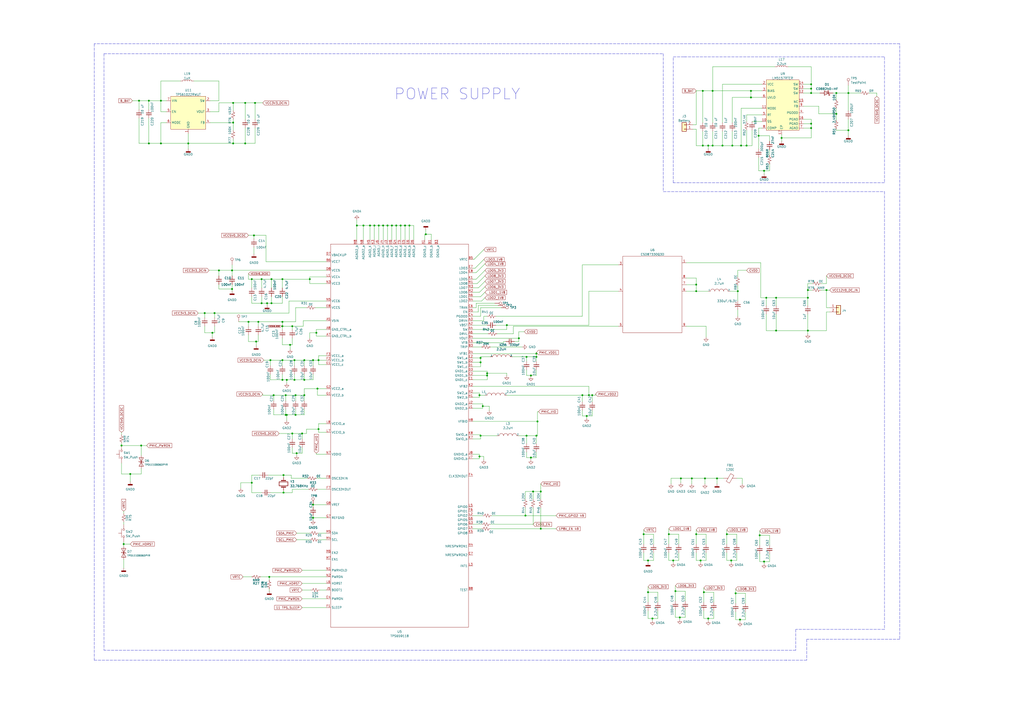
<source format=kicad_sch>
(kicad_sch (version 20211123) (generator eeschema)
  (paper "A2")
  (junction (at 210.82 130.81))
  (junction (at 309.245 285.115))
  (junction (at 166.37 220.345))
  (junction (at 311.15 205.105))
  (junction (at 394.97 277.495))
  (junction (at 170.815 208.915))
  (junction (at 135.255 83.185))
  (junction (at 421.64 309.88))
  (junction (at 311.15 252.73))
  (junction (at 419.1 84.455))
  (junction (at 165.735 229.235))
  (junction (at 485.14 66.04))
  (junction (at 492.125 75.565))
  (junction (at 158.75 229.235))
  (junction (at 146.05 161.925))
  (junction (at 479.425 168.275))
  (junction (at 282.575 217.805))
  (junction (at 424.815 84.455))
  (junction (at 170.815 220.345))
  (junction (at 375.92 343.535))
  (junction (at 413.385 52.705))
  (junction (at 485.14 53.975))
  (junction (at 147.955 59.69))
  (junction (at 157.48 161.925))
  (junction (at 169.545 189.23))
  (junction (at 237.49 130.81))
  (junction (at 407.67 52.705))
  (junction (at 311.15 207.01))
  (junction (at 407.67 84.455))
  (junction (at 340.36 241.3))
  (junction (at 403.86 165.1))
  (junction (at 184.15 225.425))
  (junction (at 219.71 130.81))
  (junction (at 278.13 229.235))
  (junction (at 148.59 198.12))
  (junction (at 300.99 196.215))
  (junction (at 373.38 309.88))
  (junction (at 450.215 191.77))
  (junction (at 278.765 207.645))
  (junction (at 134.62 167.64))
  (junction (at 86.36 83.185))
  (junction (at 149.86 186.69))
  (junction (at 394.335 358.14))
  (junction (at 426.72 344.17))
  (junction (at 80.645 58.42))
  (junction (at 444.5 172.72))
  (junction (at 169.545 251.46))
  (junction (at 157.48 175.895))
  (junction (at 163.83 220.345))
  (junction (at 163.83 189.23))
  (junction (at 176.53 229.235))
  (junction (at 282.575 216.535))
  (junction (at 401.32 277.495))
  (junction (at 427.99 168.91))
  (junction (at 172.085 262.89))
  (junction (at 450.215 172.72))
  (junction (at 429.26 359.41))
  (junction (at 232.41 130.81))
  (junction (at 470.535 48.895))
  (junction (at 435.61 56.515))
  (junction (at 146.05 280.035))
  (junction (at 224.79 130.81))
  (junction (at 305.435 207.01))
  (junction (at 307.975 265.43))
  (junction (at 163.83 208.915))
  (junction (at 164.465 285.75))
  (junction (at 184.785 248.92))
  (junction (at 375.92 325.12))
  (junction (at 181.61 208.915))
  (junction (at 280.035 235.585))
  (junction (at 86.36 58.42))
  (junction (at 470.535 74.295))
  (junction (at 247.015 135.89))
  (junction (at 278.765 252.73))
  (junction (at 403.86 168.91))
  (junction (at 278.765 210.185))
  (junction (at 311.785 244.475))
  (junction (at 337.82 229.235))
  (junction (at 151.765 175.895))
  (junction (at 71.755 315.595))
  (junction (at 429.895 84.455))
  (junction (at 470.535 53.975))
  (junction (at 176.53 208.915))
  (junction (at 387.985 309.88))
  (junction (at 93.345 83.185))
  (junction (at 163.83 161.925))
  (junction (at 307.975 217.805))
  (junction (at 492.125 53.975))
  (junction (at 217.17 130.81))
  (junction (at 142.24 83.185))
  (junction (at 443.23 325.755))
  (junction (at 435.61 52.705))
  (junction (at 304.8 299.085))
  (junction (at 408.94 277.495))
  (junction (at 93.345 58.42))
  (junction (at 313.69 285.115))
  (junction (at 147.32 136.525))
  (junction (at 123.19 193.04))
  (junction (at 443.23 99.06))
  (junction (at 313.69 306.705))
  (junction (at 124.46 181.61))
  (junction (at 410.845 358.775))
  (junction (at 171.45 229.235))
  (junction (at 390.525 325.12))
  (junction (at 234.95 130.81))
  (junction (at 181.61 292.735))
  (junction (at 378.46 358.775))
  (junction (at 415.925 277.495))
  (junction (at 135.255 59.69))
  (junction (at 151.765 161.925))
  (junction (at 166.37 240.665))
  (junction (at 156.845 208.915))
  (junction (at 175.26 251.46))
  (junction (at 179.705 161.925))
  (junction (at 294.005 188.595))
  (junction (at 341.63 229.235))
  (junction (at 181.61 300.355))
  (junction (at 343.535 229.235))
  (junction (at 168.275 200.025))
  (junction (at 227.33 130.81))
  (junction (at 468.63 168.275))
  (junction (at 453.39 80.01))
  (junction (at 165.735 240.665))
  (junction (at 118.745 181.61))
  (junction (at 214.63 130.81))
  (junction (at 410.845 84.455))
  (junction (at 424.18 325.12))
  (junction (at 144.145 186.69))
  (junction (at 391.795 342.9))
  (junction (at 433.07 84.455))
  (junction (at 134.62 156.845))
  (junction (at 81.915 258.445))
  (junction (at 468.63 172.72))
  (junction (at 176.53 220.345))
  (junction (at 164.465 275.59))
  (junction (at 171.45 240.665))
  (junction (at 305.435 252.73))
  (junction (at 183.515 193.04))
  (junction (at 70.485 258.445))
  (junction (at 135.255 71.12))
  (junction (at 468.63 191.77))
  (junction (at 470.535 51.435))
  (junction (at 408.305 343.535))
  (junction (at 403.86 309.88))
  (junction (at 413.385 84.455))
  (junction (at 440.69 310.515))
  (junction (at 142.24 59.69))
  (junction (at 229.87 130.81))
  (junction (at 470.535 71.755))
  (junction (at 184.785 208.915))
  (junction (at 75.565 274.955))
  (junction (at 156.21 334.645))
  (junction (at 163.83 186.69))
  (junction (at 109.22 83.185))
  (junction (at 278.13 264.795))
  (junction (at 207.01 130.81))
  (junction (at 154.94 175.895))
  (junction (at 440.055 78.74))
  (junction (at 127 156.845))
  (junction (at 222.25 130.81))
  (junction (at 406.4 325.12))
  (wire (pts (xy 300.99 196.215) (xy 300.99 192.405)))
  (wire (pts (xy 142.24 59.69) (xy 142.24 69.215)))
  (wire (pts (xy 297.18 207.01) (xy 305.435 207.01)))
  (wire (pts (xy 280.035 235.585) (xy 283.845 235.585)))
  (wire (pts (xy 175.26 251.46) (xy 177.8 251.46)))
  (wire (pts (xy 240.03 139.065) (xy 240.03 130.81)))
  (wire (pts (xy 294.005 229.235) (xy 337.82 229.235)))
  (wire (pts (xy 403.86 168.91) (xy 398.145 168.91)))
  (wire (pts (xy 127 167.64) (xy 127 165.1)))
  (wire (pts (xy 468.63 172.72) (xy 468.63 177.165)))
  (wire (pts (xy 181.61 299.085) (xy 181.61 300.355)))
  (wire (pts (xy 427.99 168.91) (xy 427.99 174.625)))
  (wire (pts (xy 424.815 56.515) (xy 435.61 56.515)))
  (wire (pts (xy 76.835 58.42) (xy 80.645 58.42)))
  (wire (pts (xy 427.355 309.88) (xy 427.355 315.595)))
  (wire (pts (xy 479.425 180.975) (xy 479.425 191.77)))
  (wire (pts (xy 184.785 250.825) (xy 189.23 250.825)))
  (wire (pts (xy 446.405 325.755) (xy 443.23 325.755)))
  (wire (pts (xy 165.735 229.235) (xy 171.45 229.235)))
  (wire (pts (xy 156.845 208.915) (xy 156.845 212.09)))
  (wire (pts (xy 373.38 325.12) (xy 373.38 320.675)))
  (wire (pts (xy 70.485 268.605) (xy 70.485 274.955)))
  (wire (pts (xy 189.23 186.055) (xy 175.895 186.055)))
  (wire (pts (xy 234.95 130.81) (xy 232.41 130.81)))
  (wire (pts (xy 154.94 175.895) (xy 157.48 175.895)))
  (wire (pts (xy 179.705 160.655) (xy 179.705 161.925)))
  (wire (pts (xy 408.305 358.775) (xy 408.305 354.33)))
  (wire (pts (xy 232.41 130.81) (xy 229.87 130.81)))
  (wire (pts (xy 403.86 72.39) (xy 403.86 52.705)))
  (wire (pts (xy 170.815 217.17) (xy 170.815 220.345)))
  (wire (pts (xy 341.63 224.155) (xy 341.63 229.235)))
  (wire (pts (xy 470.535 48.895) (xy 466.09 48.895)))
  (wire (pts (xy 284.48 207.01) (xy 278.765 207.01)))
  (wire (pts (xy 307.975 218.44) (xy 307.975 217.805)))
  (wire (pts (xy 432.435 354.965) (xy 432.435 359.41)))
  (wire (pts (xy 163.83 220.345) (xy 156.845 220.345)))
  (wire (pts (xy 189.23 245.745) (xy 184.785 245.745)))
  (wire (pts (xy 280.67 150.495) (xy 275.59 155.575)))
  (wire (pts (xy 427.99 156.845) (xy 427.99 160.655)))
  (wire (pts (xy 429.895 84.455) (xy 424.815 84.455)))
  (wire (pts (xy 283.845 235.585) (xy 283.845 238.125)))
  (wire (pts (xy 284.48 306.705) (xy 313.69 306.705)))
  (wire (pts (xy 176.53 225.425) (xy 184.15 225.425)))
  (wire (pts (xy 172.085 262.89) (xy 172.085 264.16)))
  (wire (pts (xy 280.67 183.515) (xy 282.575 183.515)))
  (wire (pts (xy 169.545 189.23) (xy 169.545 191.135)))
  (wire (pts (xy 175.895 186.055) (xy 175.895 189.23)))
  (wire (pts (xy 274.32 210.185) (xy 278.765 210.185)))
  (polyline (pts (xy 54.61 31.75) (xy 54.61 382.905)))
  (wire (pts (xy 184.785 211.455) (xy 189.23 211.455)))
  (wire (pts (xy 168.275 200.025) (xy 168.275 202.565)))
  (wire (pts (xy 307.975 217.805) (xy 311.15 217.805)))
  (wire (pts (xy 430.53 277.495) (xy 430.53 280.67)))
  (wire (pts (xy 134.62 167.64) (xy 127 167.64)))
  (wire (pts (xy 409.575 320.675) (xy 409.575 325.12)))
  (wire (pts (xy 96.52 58.42) (xy 93.345 58.42)))
  (wire (pts (xy 280.67 186.055) (xy 280.67 183.515)))
  (wire (pts (xy 219.71 130.81) (xy 217.17 130.81)))
  (wire (pts (xy 172.085 262.89) (xy 175.26 262.89)))
  (wire (pts (xy 391.795 339.725) (xy 391.795 342.9)))
  (wire (pts (xy 276.225 178.435) (xy 276.225 175.895)))
  (wire (pts (xy 287.655 188.595) (xy 294.005 188.595)))
  (wire (pts (xy 274.32 227.965) (xy 278.13 227.965)))
  (wire (pts (xy 446.405 321.31) (xy 446.405 325.755)))
  (wire (pts (xy 274.32 304.165) (xy 279.4 304.165)))
  (wire (pts (xy 168.275 200.025) (xy 169.545 200.025)))
  (wire (pts (xy 375.92 349.25) (xy 375.92 343.535)))
  (polyline (pts (xy 461.645 365.125) (xy 461.645 377.19)))
  (wire (pts (xy 466.09 51.435) (xy 470.535 51.435)))
  (wire (pts (xy 387.985 309.88) (xy 393.7 309.88)))
  (wire (pts (xy 183.515 193.04) (xy 183.515 194.945)))
  (wire (pts (xy 403.86 307.34) (xy 403.86 309.88)))
  (wire (pts (xy 311.15 262.255) (xy 311.15 265.43)))
  (wire (pts (xy 175.26 352.425) (xy 189.23 352.425)))
  (wire (pts (xy 406.4 325.12) (xy 403.86 325.12)))
  (wire (pts (xy 309.245 285.115) (xy 309.245 289.56)))
  (wire (pts (xy 71.755 315.595) (xy 75.565 315.595)))
  (wire (pts (xy 163.83 208.915) (xy 156.845 208.915)))
  (wire (pts (xy 181.61 300.355) (xy 189.23 300.355)))
  (wire (pts (xy 71.755 296.545) (xy 71.755 297.815)))
  (wire (pts (xy 282.575 220.345) (xy 274.32 220.345)))
  (wire (pts (xy 313.69 306.705) (xy 322.58 306.705)))
  (wire (pts (xy 397.51 358.14) (xy 394.335 358.14)))
  (wire (pts (xy 485.14 53.975) (xy 492.125 53.975)))
  (wire (pts (xy 184.785 245.745) (xy 184.785 248.92)))
  (wire (pts (xy 479.425 168.275) (xy 481.33 168.275)))
  (wire (pts (xy 305.435 217.805) (xy 307.975 217.805)))
  (wire (pts (xy 161.925 251.46) (xy 169.545 251.46)))
  (wire (pts (xy 309.245 294.64) (xy 309.245 304.165)))
  (wire (pts (xy 305.435 209.55) (xy 305.435 207.01)))
  (wire (pts (xy 274.32 150.495) (xy 274.955 150.495)))
  (wire (pts (xy 86.36 68.58) (xy 86.36 83.185)))
  (wire (pts (xy 436.245 70.485) (xy 441.96 70.485)))
  (wire (pts (xy 146.05 280.035) (xy 146.05 285.75)))
  (wire (pts (xy 157.48 175.895) (xy 163.83 175.895)))
  (wire (pts (xy 305.435 207.01) (xy 311.15 207.01)))
  (wire (pts (xy 343.535 229.235) (xy 345.44 229.235)))
  (wire (pts (xy 280.67 144.78) (xy 274.955 150.495)))
  (wire (pts (xy 274.32 215.265) (xy 282.575 215.265)))
  (wire (pts (xy 156.845 220.345) (xy 156.845 217.17)))
  (wire (pts (xy 170.815 212.09) (xy 170.815 208.915)))
  (wire (pts (xy 184.785 208.915) (xy 184.785 211.455)))
  (wire (pts (xy 492.125 53.975) (xy 492.125 64.135)))
  (wire (pts (xy 281.305 169.545) (xy 278.765 172.085)))
  (wire (pts (xy 307.975 265.43) (xy 307.975 266.7)))
  (wire (pts (xy 135.255 59.69) (xy 135.255 64.135)))
  (wire (pts (xy 476.25 164.465) (xy 479.425 164.465)))
  (polyline (pts (xy 513.08 111.125) (xy 513.08 365.125)))
  (wire (pts (xy 305.435 262.255) (xy 305.435 265.43)))
  (wire (pts (xy 432.435 359.41) (xy 429.26 359.41)))
  (wire (pts (xy 175.26 254.635) (xy 175.26 251.46)))
  (wire (pts (xy 441.325 172.72) (xy 441.325 152.4)))
  (wire (pts (xy 176.53 217.17) (xy 176.53 220.345)))
  (wire (pts (xy 179.705 164.465) (xy 189.23 164.465)))
  (wire (pts (xy 118.745 193.04) (xy 118.745 189.23)))
  (wire (pts (xy 479.425 178.435) (xy 479.425 168.275)))
  (wire (pts (xy 288.29 252.73) (xy 278.765 252.73)))
  (wire (pts (xy 375.92 325.12) (xy 375.92 326.39)))
  (wire (pts (xy 157.48 161.925) (xy 163.83 161.925)))
  (wire (pts (xy 407.67 84.455) (xy 410.845 84.455)))
  (wire (pts (xy 234.95 139.065) (xy 234.95 130.81)))
  (wire (pts (xy 379.095 325.12) (xy 375.92 325.12)))
  (wire (pts (xy 71.755 302.895) (xy 71.755 304.165)))
  (wire (pts (xy 121.92 64.77) (xy 127 64.77)))
  (wire (pts (xy 184.15 283.845) (xy 189.23 283.845)))
  (wire (pts (xy 274.32 193.675) (xy 283.21 193.675)))
  (wire (pts (xy 379.095 309.88) (xy 373.38 309.88)))
  (polyline (pts (xy 513.08 365.125) (xy 461.645 365.125)))
  (wire (pts (xy 398.145 161.29) (xy 403.86 161.29)))
  (wire (pts (xy 441.96 62.865) (xy 429.895 62.865)))
  (wire (pts (xy 93.345 71.12) (xy 93.345 83.185)))
  (wire (pts (xy 426.72 359.41) (xy 426.72 354.965)))
  (wire (pts (xy 446.405 81.915) (xy 446.405 78.74)))
  (wire (pts (xy 274.32 299.085) (xy 280.035 299.085)))
  (wire (pts (xy 337.82 183.515) (xy 337.82 153.67)))
  (polyline (pts (xy 521.97 190.5) (xy 521.97 25.4)))
  (wire (pts (xy 278.765 212.725) (xy 278.765 210.185)))
  (wire (pts (xy 179.705 193.04) (xy 179.705 196.215)))
  (wire (pts (xy 166.37 240.665) (xy 165.735 240.665)))
  (wire (pts (xy 389.255 277.495) (xy 389.255 280.67)))
  (wire (pts (xy 170.815 220.345) (xy 166.37 220.345)))
  (wire (pts (xy 341.63 188.595) (xy 294.005 188.595)))
  (wire (pts (xy 409.575 309.88) (xy 409.575 315.595)))
  (wire (pts (xy 274.32 212.725) (xy 278.765 212.725)))
  (wire (pts (xy 158.75 237.49) (xy 158.75 240.665)))
  (wire (pts (xy 294.005 188.595) (xy 294.005 191.135)))
  (wire (pts (xy 381.635 358.775) (xy 378.46 358.775)))
  (wire (pts (xy 175.26 338.455) (xy 189.23 338.455)))
  (wire (pts (xy 381.635 354.33) (xy 381.635 358.775)))
  (wire (pts (xy 440.055 74.295) (xy 440.055 78.74)))
  (wire (pts (xy 229.87 130.81) (xy 227.33 130.81)))
  (wire (pts (xy 134.62 153.67) (xy 134.62 156.845)))
  (wire (pts (xy 470.535 53.975) (xy 470.535 51.435)))
  (wire (pts (xy 274.32 172.085) (xy 278.765 172.085)))
  (wire (pts (xy 341.63 229.235) (xy 343.535 229.235)))
  (wire (pts (xy 142.24 59.69) (xy 147.955 59.69)))
  (wire (pts (xy 313.69 280.67) (xy 313.69 285.115)))
  (wire (pts (xy 313.69 294.64) (xy 313.69 306.705)))
  (wire (pts (xy 457.2 38.735) (xy 470.535 38.735)))
  (wire (pts (xy 96.52 64.77) (xy 93.345 64.77)))
  (wire (pts (xy 284.48 201.295) (xy 302.895 201.295)))
  (wire (pts (xy 304.8 285.115) (xy 304.8 289.56)))
  (wire (pts (xy 210.82 130.81) (xy 214.63 130.81)))
  (wire (pts (xy 109.22 83.185) (xy 135.255 83.185)))
  (wire (pts (xy 75.565 274.955) (xy 75.565 279.4)))
  (wire (pts (xy 398.145 165.1) (xy 403.86 165.1)))
  (wire (pts (xy 135.255 69.215) (xy 135.255 71.12)))
  (wire (pts (xy 424.815 71.12) (xy 424.815 56.515)))
  (wire (pts (xy 466.09 53.975) (xy 470.535 53.975)))
  (wire (pts (xy 427.99 179.705) (xy 427.99 183.515)))
  (wire (pts (xy 309.245 285.115) (xy 304.8 285.115)))
  (wire (pts (xy 282.575 216.535) (xy 294.005 216.535)))
  (wire (pts (xy 278.13 229.235) (xy 278.13 230.505)))
  (wire (pts (xy 466.09 69.215) (xy 470.535 69.215)))
  (polyline (pts (xy 513.08 106.045) (xy 390.525 106.045)))
  (wire (pts (xy 280.035 235.585) (xy 280.035 236.855)))
  (wire (pts (xy 476.25 168.275) (xy 479.425 168.275)))
  (wire (pts (xy 426.72 344.17) (xy 432.435 344.17)))
  (wire (pts (xy 168.91 275.59) (xy 164.465 275.59)))
  (wire (pts (xy 171.45 237.49) (xy 171.45 240.665)))
  (wire (pts (xy 70.485 258.445) (xy 81.915 258.445)))
  (wire (pts (xy 450.215 191.77) (xy 468.63 191.77)))
  (wire (pts (xy 124.46 181.61) (xy 167.64 181.61)))
  (wire (pts (xy 453.39 80.01) (xy 453.39 78.105)))
  (wire (pts (xy 121.92 71.12) (xy 135.255 71.12)))
  (wire (pts (xy 165.735 237.49) (xy 165.735 240.665)))
  (wire (pts (xy 311.785 238.76) (xy 312.42 238.76)))
  (wire (pts (xy 433.07 70.485) (xy 433.07 66.675)))
  (wire (pts (xy 313.69 289.56) (xy 313.69 285.115)))
  (wire (pts (xy 468.63 191.77) (xy 468.63 193.675)))
  (wire (pts (xy 86.36 58.42) (xy 86.36 63.5)))
  (wire (pts (xy 375.92 343.535) (xy 381.635 343.535)))
  (wire (pts (xy 146.05 161.925) (xy 144.145 161.925)))
  (wire (pts (xy 138.43 186.69) (xy 144.145 186.69)))
  (wire (pts (xy 300.99 196.215) (xy 300.99 198.12)))
  (wire (pts (xy 311.785 244.475) (xy 311.785 238.76)))
  (wire (pts (xy 379.095 315.595) (xy 379.095 309.88)))
  (wire (pts (xy 151.765 161.925) (xy 151.765 167.005)))
  (wire (pts (xy 80.645 58.42) (xy 80.645 63.5)))
  (wire (pts (xy 274.32 161.925) (xy 276.225 161.925)))
  (wire (pts (xy 176.53 232.41) (xy 176.53 229.235)))
  (wire (pts (xy 146.05 167.005) (xy 146.05 161.925)))
  (wire (pts (xy 414.02 354.33) (xy 414.02 358.775)))
  (wire (pts (xy 147.32 136.525) (xy 147.32 138.43)))
  (wire (pts (xy 403.86 168.91) (xy 410.845 168.91)))
  (wire (pts (xy 281.305 163.195) (xy 277.495 167.005)))
  (wire (pts (xy 184.785 248.92) (xy 177.8 248.92)))
  (wire (pts (xy 240.03 130.81) (xy 237.49 130.81)))
  (wire (pts (xy 446.405 78.74) (xy 440.055 78.74)))
  (wire (pts (xy 169.545 283.845) (xy 169.545 285.75)))
  (wire (pts (xy 274.32 186.055) (xy 280.67 186.055)))
  (wire (pts (xy 189.23 160.655) (xy 179.705 160.655)))
  (wire (pts (xy 421.64 325.12) (xy 421.64 320.675)))
  (wire (pts (xy 424.18 325.12) (xy 424.18 326.39)))
  (wire (pts (xy 167.64 181.61) (xy 167.64 174.625)))
  (polyline (pts (xy 461.645 377.19) (xy 60.325 377.19)))
  (wire (pts (xy 237.49 130.81) (xy 234.95 130.81)))
  (wire (pts (xy 390.525 325.12) (xy 387.985 325.12)))
  (wire (pts (xy 468.63 191.77) (xy 468.63 182.245)))
  (wire (pts (xy 176.53 220.345) (xy 170.815 220.345)))
  (wire (pts (xy 135.255 83.185) (xy 142.24 83.185)))
  (wire (pts (xy 184.15 225.425) (xy 189.23 225.425)))
  (wire (pts (xy 219.71 139.065) (xy 219.71 130.81)))
  (wire (pts (xy 163.83 200.025) (xy 168.275 200.025)))
  (wire (pts (xy 274.32 180.975) (xy 277.495 180.975)))
  (wire (pts (xy 504.19 53.975) (xy 508.635 53.975)))
  (wire (pts (xy 441.325 152.4) (xy 398.145 152.4)))
  (wire (pts (xy 419.1 71.12) (xy 419.1 48.895)))
  (wire (pts (xy 169.545 251.46) (xy 175.26 251.46)))
  (wire (pts (xy 278.13 266.065) (xy 274.32 266.065)))
  (wire (pts (xy 337.82 229.235) (xy 337.82 233.045)))
  (wire (pts (xy 492.125 75.565) (xy 492.125 78.74)))
  (wire (pts (xy 274.32 244.475) (xy 311.785 244.475)))
  (wire (pts (xy 450.215 172.72) (xy 468.63 172.72)))
  (wire (pts (xy 419.1 48.895) (xy 441.96 48.895)))
  (polyline (pts (xy 521.97 190.5) (xy 521.97 370.84)))
  (wire (pts (xy 393.7 325.12) (xy 390.525 325.12)))
  (wire (pts (xy 151.765 161.925) (xy 157.48 161.925)))
  (wire (pts (xy 429.26 359.41) (xy 429.26 360.68)))
  (wire (pts (xy 181.61 208.915) (xy 184.785 208.915)))
  (wire (pts (xy 171.45 229.235) (xy 176.53 229.235)))
  (wire (pts (xy 157.48 167.005) (xy 157.48 161.925)))
  (wire (pts (xy 175.26 347.345) (xy 189.23 347.345)))
  (polyline (pts (xy 467.995 382.905) (xy 455.93 382.905)))
  (wire (pts (xy 274.32 201.295) (xy 279.4 201.295)))
  (wire (pts (xy 164.465 275.59) (xy 164.465 276.86)))
  (wire (pts (xy 156.21 341.63) (xy 156.21 342.9)))
  (wire (pts (xy 307.975 265.43) (xy 311.15 265.43)))
  (wire (pts (xy 426.72 349.885) (xy 426.72 344.17)))
  (wire (pts (xy 373.38 309.88) (xy 373.38 315.595)))
  (wire (pts (xy 278.13 264.795) (xy 278.13 266.065)))
  (wire (pts (xy 410.845 358.775) (xy 410.845 360.045)))
  (wire (pts (xy 146.05 275.59) (xy 146.05 280.035)))
  (wire (pts (xy 163.83 172.085) (xy 163.83 175.895)))
  (wire (pts (xy 158.75 240.665) (xy 165.735 240.665)))
  (wire (pts (xy 81.915 258.445) (xy 85.09 258.445)))
  (wire (pts (xy 345.44 229.235) (xy 345.44 228.6)))
  (polyline (pts (xy 513.08 33.02) (xy 513.08 106.045)))
  (polyline (pts (xy 467.995 370.84) (xy 467.995 382.905)))
  (wire (pts (xy 481.33 180.975) (xy 479.425 180.975)))
  (wire (pts (xy 444.5 177.165) (xy 444.5 172.72)))
  (wire (pts (xy 165.735 232.41) (xy 165.735 229.235)))
  (wire (pts (xy 393.7 309.88) (xy 393.7 315.595)))
  (wire (pts (xy 421.64 307.34) (xy 421.64 309.88)))
  (wire (pts (xy 427.99 168.91) (xy 423.545 168.91)))
  (wire (pts (xy 408.94 277.495) (xy 401.32 277.495)))
  (wire (pts (xy 403.86 315.595) (xy 403.86 309.88)))
  (wire (pts (xy 450.215 177.165) (xy 450.215 172.72)))
  (wire (pts (xy 274.32 263.525) (xy 278.13 263.525)))
  (wire (pts (xy 413.385 52.705) (xy 435.61 52.705)))
  (wire (pts (xy 479.425 191.77) (xy 468.63 191.77)))
  (wire (pts (xy 147.32 136.525) (xy 154.305 136.525)))
  (wire (pts (xy 278.13 227.965) (xy 278.13 229.235)))
  (wire (pts (xy 163.83 200.025) (xy 163.83 196.215)))
  (wire (pts (xy 178.435 277.495) (xy 168.91 277.495)))
  (wire (pts (xy 163.83 208.915) (xy 163.83 212.09)))
  (wire (pts (xy 246.38 139.065) (xy 246.38 135.89)))
  (wire (pts (xy 181.61 292.735) (xy 181.61 294.005)))
  (wire (pts (xy 446.405 99.06) (xy 443.23 99.06)))
  (wire (pts (xy 485.14 53.975) (xy 485.14 57.785)))
  (wire (pts (xy 134.62 156.845) (xy 134.62 160.02)))
  (wire (pts (xy 274.32 252.095) (xy 278.765 252.095)))
  (wire (pts (xy 151.765 175.895) (xy 154.94 175.895)))
  (wire (pts (xy 394.97 277.495) (xy 394.97 280.035)))
  (wire (pts (xy 127 156.845) (xy 127 160.02)))
  (wire (pts (xy 300.99 198.12) (xy 298.45 198.12)))
  (wire (pts (xy 407.67 76.2) (xy 407.67 84.455)))
  (wire (pts (xy 340.36 241.3) (xy 340.36 242.57)))
  (wire (pts (xy 435.61 56.515) (xy 435.61 52.705)))
  (wire (pts (xy 109.22 83.185) (xy 109.22 86.36)))
  (wire (pts (xy 440.69 316.23) (xy 440.69 310.515)))
  (wire (pts (xy 450.215 182.245) (xy 450.215 191.77)))
  (wire (pts (xy 274.32 217.805) (xy 282.575 217.805)))
  (wire (pts (xy 441.96 74.295) (xy 440.055 74.295)))
  (wire (pts (xy 176.53 225.425) (xy 176.53 229.235)))
  (wire (pts (xy 387.985 325.12) (xy 387.985 320.675)))
  (wire (pts (xy 485.14 62.865) (xy 485.14 66.04)))
  (wire (pts (xy 166.37 220.345) (xy 163.83 220.345)))
  (wire (pts (xy 144.145 186.69) (xy 144.145 189.23)))
  (wire (pts (xy 413.385 52.705) (xy 413.385 71.12)))
  (wire (pts (xy 123.19 193.04) (xy 124.46 193.04)))
  (wire (pts (xy 207.01 130.81) (xy 210.82 130.81)))
  (wire (pts (xy 184.785 313.055) (xy 189.23 313.055)))
  (wire (pts (xy 304.8 299.085) (xy 322.58 299.085)))
  (wire (pts (xy 227.33 139.065) (xy 227.33 130.81)))
  (wire (pts (xy 274.32 196.215) (xy 300.99 196.215)))
  (wire (pts (xy 168.91 277.495) (xy 168.91 275.59)))
  (wire (pts (xy 147.32 143.51) (xy 147.32 147.32)))
  (wire (pts (xy 471.17 164.465) (xy 468.63 164.465)))
  (wire (pts (xy 163.83 186.69) (xy 171.45 186.69)))
  (wire (pts (xy 474.98 66.04) (xy 485.14 66.04)))
  (polyline (pts (xy 390.525 33.02) (xy 397.51 33.02)))
  (wire (pts (xy 93.345 58.42) (xy 86.36 58.42)))
  (wire (pts (xy 118.745 181.61) (xy 124.46 181.61)))
  (wire (pts (xy 135.255 71.12) (xy 135.255 75.565)))
  (wire (pts (xy 278.765 207.01) (xy 278.765 207.645)))
  (polyline (pts (xy 521.97 370.84) (xy 467.995 370.84)))
  (wire (pts (xy 184.785 248.92) (xy 184.785 250.825)))
  (wire (pts (xy 146.05 175.895) (xy 151.765 175.895)))
  (wire (pts (xy 274.32 205.105) (xy 311.15 205.105)))
  (wire (pts (xy 278.765 178.435) (xy 290.83 178.435)))
  (wire (pts (xy 185.42 342.265) (xy 189.23 342.265)))
  (wire (pts (xy 281.305 160.02) (xy 276.86 164.465)))
  (polyline (pts (xy 521.97 25.4) (xy 54.61 25.4)))
  (wire (pts (xy 217.17 139.065) (xy 217.17 130.81)))
  (wire (pts (xy 147.955 59.69) (xy 147.955 69.215)))
  (wire (pts (xy 180.34 342.265) (xy 175.26 342.265)))
  (wire (pts (xy 337.82 238.125) (xy 337.82 241.3)))
  (wire (pts (xy 93.345 64.77) (xy 93.345 58.42)))
  (wire (pts (xy 179.705 161.925) (xy 179.705 164.465)))
  (wire (pts (xy 440.055 78.74) (xy 440.055 86.36)))
  (wire (pts (xy 444.5 182.245) (xy 444.5 191.77)))
  (wire (pts (xy 158.75 229.235) (xy 165.735 229.235)))
  (wire (pts (xy 163.83 189.23) (xy 169.545 189.23)))
  (wire (pts (xy 144.145 198.12) (xy 148.59 198.12)))
  (wire (pts (xy 157.48 172.085) (xy 157.48 175.895)))
  (wire (pts (xy 409.575 325.12) (xy 406.4 325.12)))
  (wire (pts (xy 189.23 263.525) (xy 183.515 263.525)))
  (wire (pts (xy 429.26 359.41) (xy 426.72 359.41)))
  (wire (pts (xy 189.23 191.135) (xy 183.515 191.135)))
  (wire (pts (xy 278.13 263.525) (xy 278.13 264.795)))
  (wire (pts (xy 183.515 277.495) (xy 189.23 277.495)))
  (wire (pts (xy 311.785 244.475) (xy 311.785 252.73)))
  (wire (pts (xy 171.45 178.435) (xy 171.45 186.69)))
  (wire (pts (xy 112.395 46.99) (xy 127 46.99)))
  (wire (pts (xy 440.69 325.755) (xy 440.69 321.31)))
  (wire (pts (xy 163.83 217.17) (xy 163.83 220.345)))
  (wire (pts (xy 127 156.845) (xy 121.285 156.845)))
  (wire (pts (xy 118.745 193.04) (xy 123.19 193.04)))
  (wire (pts (xy 217.17 130.81) (xy 214.63 130.81)))
  (polyline (pts (xy 384.81 111.125) (xy 513.08 111.125)))
  (wire (pts (xy 176.53 212.09) (xy 176.53 208.915)))
  (wire (pts (xy 410.845 84.455) (xy 413.385 84.455)))
  (wire (pts (xy 294.005 216.535) (xy 294.005 217.805)))
  (wire (pts (xy 341.63 168.91) (xy 341.63 188.595)))
  (wire (pts (xy 470.535 69.215) (xy 470.535 71.755)))
  (wire (pts (xy 177.8 178.435) (xy 171.45 178.435)))
  (wire (pts (xy 444.5 191.77) (xy 450.215 191.77)))
  (wire (pts (xy 93.345 46.99) (xy 93.345 58.42)))
  (polyline (pts (xy 390.525 106.045) (xy 390.525 33.02)))
  (wire (pts (xy 449.58 38.735) (xy 413.385 38.735)))
  (wire (pts (xy 181.61 212.09) (xy 181.61 208.915)))
  (wire (pts (xy 278.765 207.645) (xy 274.32 207.645)))
  (wire (pts (xy 274.32 167.005) (xy 277.495 167.005)))
  (wire (pts (xy 436.245 75.565) (xy 436.245 84.455)))
  (wire (pts (xy 288.29 193.675) (xy 297.815 193.675)))
  (wire (pts (xy 124.46 189.23) (xy 124.46 193.04)))
  (wire (pts (xy 387.985 315.595) (xy 387.985 309.88)))
  (wire (pts (xy 109.22 83.185) (xy 109.22 77.47)))
  (wire (pts (xy 135.255 59.69) (xy 142.24 59.69)))
  (wire (pts (xy 403.86 165.1) (xy 403.86 168.91)))
  (wire (pts (xy 375.92 358.775) (xy 375.92 354.33)))
  (wire (pts (xy 135.255 80.645) (xy 135.255 83.185)))
  (wire (pts (xy 175.26 259.715) (xy 175.26 262.89)))
  (wire (pts (xy 492.125 53.975) (xy 499.11 53.975)))
  (wire (pts (xy 470.535 53.975) (xy 475.615 53.975)))
  (wire (pts (xy 207.01 130.81) (xy 207.01 139.065)))
  (wire (pts (xy 403.86 52.705) (xy 407.67 52.705)))
  (wire (pts (xy 492.125 69.215) (xy 492.125 75.565)))
  (wire (pts (xy 433.07 75.565) (xy 433.07 84.455)))
  (wire (pts (xy 297.815 189.23) (xy 358.775 189.23)))
  (polyline (pts (xy 54.61 382.905) (xy 456.565 382.905)))
  (wire (pts (xy 470.535 51.435) (xy 470.535 48.895)))
  (wire (pts (xy 337.82 153.67) (xy 358.775 153.67)))
  (wire (pts (xy 114.935 181.61) (xy 118.745 181.61)))
  (wire (pts (xy 466.09 61.595) (xy 474.98 61.595)))
  (wire (pts (xy 278.13 229.235) (xy 281.305 229.235)))
  (wire (pts (xy 470.535 74.295) (xy 470.535 80.01)))
  (wire (pts (xy 311.15 204.47) (xy 311.15 205.105)))
  (polyline (pts (xy 396.875 33.02) (xy 513.08 33.02)))
  (wire (pts (xy 343.535 238.125) (xy 343.535 241.3)))
  (wire (pts (xy 163.83 186.69) (xy 163.83 189.23)))
  (wire (pts (xy 167.64 174.625) (xy 189.23 174.625)))
  (wire (pts (xy 153.035 208.915) (xy 156.845 208.915)))
  (polyline (pts (xy 60.325 31.115) (xy 60.325 377.19)))
  (wire (pts (xy 127 46.99) (xy 127 58.42)))
  (wire (pts (xy 222.25 139.065) (xy 222.25 130.81)))
  (wire (pts (xy 147.955 83.185) (xy 147.955 74.295)))
  (wire (pts (xy 280.035 236.855) (xy 274.32 236.855)))
  (wire (pts (xy 481.33 178.435) (xy 479.425 178.435)))
  (wire (pts (xy 343.535 229.235) (xy 343.535 233.045)))
  (wire (pts (xy 408.94 277.495) (xy 408.94 280.67)))
  (wire (pts (xy 71.755 315.595) (xy 71.755 316.865)))
  (wire (pts (xy 440.69 310.515) (xy 446.405 310.515)))
  (wire (pts (xy 146.05 285.75) (xy 151.765 285.75)))
  (wire (pts (xy 176.53 237.49) (xy 176.53 240.665)))
  (wire (pts (xy 276.225 175.895) (xy 287.02 175.895)))
  (wire (pts (xy 311.15 205.105) (xy 311.15 207.01)))
  (wire (pts (xy 232.41 139.065) (xy 232.41 130.81)))
  (wire (pts (xy 154.94 177.165) (xy 154.94 175.895)))
  (wire (pts (xy 181.61 220.345) (xy 176.53 220.345)))
  (wire (pts (xy 391.795 358.14) (xy 391.795 353.695)))
  (wire (pts (xy 419.1 84.455) (xy 413.385 84.455)))
  (wire (pts (xy 292.1 198.755) (xy 292.1 198.12)))
  (wire (pts (xy 337.82 229.235) (xy 341.63 229.235)))
  (wire (pts (xy 407.67 52.705) (xy 413.385 52.705)))
  (wire (pts (xy 144.145 186.69) (xy 149.86 186.69)))
  (wire (pts (xy 433.07 66.675) (xy 441.96 66.675)))
  (wire (pts (xy 148.59 198.12) (xy 149.86 198.12)))
  (wire (pts (xy 427.99 165.735) (xy 427.99 168.91)))
  (wire (pts (xy 433.07 84.455) (xy 429.895 84.455)))
  (wire (pts (xy 148.59 198.12) (xy 148.59 200.66)))
  (wire (pts (xy 311.785 252.73) (xy 311.15 252.73)))
  (wire (pts (xy 151.13 334.645) (xy 156.21 334.645)))
  (wire (pts (xy 485.14 66.04) (xy 485.14 69.85)))
  (wire (pts (xy 278.765 207.645) (xy 278.765 210.185)))
  (wire (pts (xy 282.575 216.535) (xy 282.575 217.805)))
  (wire (pts (xy 80.645 58.42) (xy 86.36 58.42)))
  (wire (pts (xy 184.785 309.245) (xy 189.23 309.245)))
  (wire (pts (xy 429.895 62.865) (xy 429.895 84.455)))
  (wire (pts (xy 172.085 313.055) (xy 179.705 313.055)))
  (wire (pts (xy 166.37 240.665) (xy 166.37 243.84)))
  (polyline (pts (xy 54.61 25.4) (xy 54.61 31.75)))
  (wire (pts (xy 144.145 136.525) (xy 147.32 136.525)))
  (wire (pts (xy 142.24 83.185) (xy 147.955 83.185)))
  (wire (pts (xy 176.53 208.915) (xy 181.61 208.915)))
  (wire (pts (xy 184.785 208.915) (xy 189.23 208.915)))
  (wire (pts (xy 407.67 71.12) (xy 407.67 52.705)))
  (wire (pts (xy 387.985 306.705) (xy 387.985 309.88)))
  (wire (pts (xy 468.63 168.275) (xy 471.17 168.275)))
  (wire (pts (xy 427.355 320.675) (xy 427.355 325.12)))
  (wire (pts (xy 70.485 250.825) (xy 70.485 252.095)))
  (wire (pts (xy 81.915 274.955) (xy 81.915 271.78)))
  (wire (pts (xy 171.45 232.41) (xy 171.45 229.235)))
  (wire (pts (xy 427.355 325.12) (xy 424.18 325.12)))
  (wire (pts (xy 311.15 214.63) (xy 311.15 217.805)))
  (wire (pts (xy 419.1 76.2) (xy 419.1 84.455)))
  (wire (pts (xy 144.145 158.75) (xy 144.145 161.925)))
  (wire (pts (xy 391.795 348.615) (xy 391.795 342.9)))
  (wire (pts (xy 155.575 275.59) (xy 164.465 275.59)))
  (wire (pts (xy 118.745 184.15) (xy 118.745 181.61)))
  (wire (pts (xy 440.055 99.06) (xy 440.055 91.44)))
  (wire (pts (xy 189.23 156.845) (xy 134.62 156.845)))
  (wire (pts (xy 124.46 181.61) (xy 124.46 184.15)))
  (wire (pts (xy 237.49 139.065) (xy 237.49 130.81)))
  (wire (pts (xy 394.335 358.14) (xy 391.795 358.14)))
  (wire (pts (xy 468.63 164.465) (xy 468.63 168.275)))
  (wire (pts (xy 149.86 186.69) (xy 149.86 189.23)))
  (wire (pts (xy 169.545 196.215) (xy 169.545 200.025)))
  (wire (pts (xy 401.955 74.93) (xy 403.86 74.93)))
  (wire (pts (xy 403.86 309.88) (xy 409.575 309.88)))
  (wire (pts (xy 446.405 86.995) (xy 446.405 90.17)))
  (wire (pts (xy 281.305 166.37) (xy 278.13 169.545)))
  (wire (pts (xy 297.815 193.675) (xy 297.815 189.23)))
  (wire (pts (xy 414.02 343.535) (xy 414.02 349.25)))
  (wire (pts (xy 175.26 330.835) (xy 189.23 330.835)))
  (wire (pts (xy 144.145 198.12) (xy 144.145 194.31)))
  (wire (pts (xy 391.795 342.9) (xy 397.51 342.9)))
  (wire (pts (xy 410.845 84.455) (xy 410.845 86.36)))
  (wire (pts (xy 164.465 284.48) (xy 164.465 285.75)))
  (wire (pts (xy 179.07 283.845) (xy 169.545 283.845)))
  (wire (pts (xy 169.545 189.23) (xy 175.895 189.23)))
  (wire (pts (xy 278.13 264.795) (xy 280.67 264.795)))
  (wire (pts (xy 222.25 130.81) (xy 219.71 130.81)))
  (wire (pts (xy 453.39 80.01) (xy 453.39 81.915)))
  (wire (pts (xy 140.97 334.645) (xy 146.05 334.645)))
  (wire (pts (xy 156.845 285.75) (xy 164.465 285.75)))
  (wire (pts (xy 415.925 277.495) (xy 408.94 277.495)))
  (wire (pts (xy 311.15 252.73) (xy 305.435 252.73)))
  (wire (pts (xy 282.575 217.805) (xy 282.575 220.345)))
  (wire (pts (xy 444.5 172.72) (xy 441.325 172.72)))
  (wire (pts (xy 176.53 240.665) (xy 171.45 240.665)))
  (wire (pts (xy 163.83 208.915) (xy 170.815 208.915)))
  (wire (pts (xy 281.305 156.845) (xy 276.225 161.925)))
  (wire (pts (xy 274.32 306.705) (xy 279.4 306.705)))
  (wire (pts (xy 379.095 320.675) (xy 379.095 325.12)))
  (wire (pts (xy 390.525 325.12) (xy 390.525 326.39)))
  (wire (pts (xy 247.015 135.89) (xy 247.015 133.35)))
  (wire (pts (xy 427.355 277.495) (xy 430.53 277.495)))
  (wire (pts (xy 152.4 228.6) (xy 152.4 229.235)))
  (wire (pts (xy 397.51 342.9) (xy 397.51 348.615)))
  (wire (pts (xy 413.385 76.2) (xy 413.385 84.455)))
  (wire (pts (xy 278.765 252.73) (xy 278.765 254.635)))
  (wire (pts (xy 443.23 99.06) (xy 443.23 100.965)))
  (wire (pts (xy 171.45 240.665) (xy 166.37 240.665)))
  (wire (pts (xy 134.62 165.1) (xy 134.62 167.64)))
  (wire (pts (xy 134.62 167.64) (xy 134.62 168.91)))
  (wire (pts (xy 375.92 325.12) (xy 373.38 325.12)))
  (wire (pts (xy 470.535 71.755) (xy 470.535 74.295)))
  (wire (pts (xy 169.545 259.715) (xy 169.545 262.89)))
  (wire (pts (xy 127 58.42) (xy 121.92 58.42)))
  (wire (pts (xy 393.7 320.675) (xy 393.7 325.12)))
  (wire (pts (xy 413.385 38.735) (xy 413.385 52.705)))
  (wire (pts (xy 146.05 280.035) (xy 139.7 280.035)))
  (wire (pts (xy 127 64.77) (xy 127 59.69)))
  (wire (pts (xy 492.125 49.53) (xy 492.125 53.975)))
  (wire (pts (xy 274.32 234.315) (xy 280.035 234.315)))
  (wire (pts (xy 71.755 314.325) (xy 71.755 315.595)))
  (wire (pts (xy 432.435 344.17) (xy 432.435 349.885)))
  (wire (pts (xy 274.32 169.545) (xy 278.13 169.545)))
  (wire (pts (xy 75.565 274.955) (xy 81.915 274.955)))
  (wire (pts (xy 169.545 262.89) (xy 172.085 262.89)))
  (wire (pts (xy 281.305 172.72) (xy 279.4 174.625)))
  (wire (pts (xy 189.23 229.235) (xy 184.15 229.235)))
  (wire (pts (xy 274.32 178.435) (xy 276.225 178.435)))
  (wire (pts (xy 375.92 340.36) (xy 375.92 343.535)))
  (wire (pts (xy 433.07 156.845) (xy 427.99 156.845)))
  (wire (pts (xy 424.815 84.455) (xy 419.1 84.455)))
  (wire (pts (xy 274.32 174.625) (xy 279.4 174.625)))
  (wire (pts (xy 285.115 299.085) (xy 304.8 299.085)))
  (wire (pts (xy 421.64 309.88) (xy 427.355 309.88)))
  (wire (pts (xy 278.765 254.635) (xy 274.32 254.635)))
  (wire (pts (xy 274.32 224.155) (xy 341.63 224.155)))
  (wire (pts (xy 182.88 178.435) (xy 189.23 178.435)))
  (wire (pts (xy 274.32 155.575) (xy 275.59 155.575)))
  (wire (pts (xy 426.72 341.63) (xy 426.72 344.17)))
  (wire (pts (xy 181.61 217.17) (xy 181.61 220.345)))
  (wire (pts (xy 443.23 99.06) (xy 440.055 99.06)))
  (wire (pts (xy 177.8 248.92) (xy 177.8 251.46)))
  (wire (pts (xy 274.32 198.755) (xy 292.1 198.755)))
  (wire (pts (xy 104.775 46.99) (xy 93.345 46.99)))
  (wire (pts (xy 397.51 353.695) (xy 397.51 358.14)))
  (wire (pts (xy 183.515 194.945) (xy 189.23 194.945)))
  (wire (pts (xy 406.4 325.12) (xy 406.4 326.39)))
  (wire (pts (xy 224.79 130.81) (xy 222.25 130.81)))
  (wire (pts (xy 80.645 83.185) (xy 86.36 83.185)))
  (wire (pts (xy 441.96 56.515) (xy 435.61 56.515)))
  (wire (pts (xy 146.05 161.925) (xy 151.765 161.925)))
  (wire (pts (xy 183.515 193.04) (xy 179.705 193.04)))
  (wire (pts (xy 305.435 252.73) (xy 300.99 252.73)))
  (wire (pts (xy 149.86 194.31) (xy 149.86 198.12)))
  (wire (pts (xy 227.33 130.81) (xy 224.79 130.81)))
  (wire (pts (xy 414.02 358.775) (xy 410.845 358.775)))
  (wire (pts (xy 154.305 151.765) (xy 154.305 136.525)))
  (wire (pts (xy 485.14 75.565) (xy 492.125 75.565)))
  (wire (pts (xy 508.635 53.975) (xy 508.635 55.88)))
  (wire (pts (xy 408.305 340.995) (xy 408.305 343.535)))
  (polyline (pts (xy 384.81 31.115) (xy 384.81 111.125)))
  (wire (pts (xy 250.19 139.065) (xy 250.19 135.89)))
  (wire (pts (xy 280.67 264.795) (xy 280.67 266.7)))
  (wire (pts (xy 394.335 358.14) (xy 394.335 359.41)))
  (wire (pts (xy 189.23 151.765) (xy 154.305 151.765)))
  (wire (pts (xy 483.235 53.975) (xy 485.14 53.975)))
  (wire (pts (xy 378.46 358.775) (xy 375.92 358.775)))
  (wire (pts (xy 401.32 277.495) (xy 401.32 280.67)))
  (wire (pts (xy 403.86 325.12) (xy 403.86 320.675)))
  (wire (pts (xy 169.545 285.75) (xy 164.465 285.75)))
  (wire (pts (xy 403.86 84.455) (xy 407.67 84.455)))
  (wire (pts (xy 340.36 241.3) (xy 343.535 241.3)))
  (wire (pts (xy 408.305 349.25) (xy 408.305 343.535)))
  (wire (pts (xy 181.61 300.355) (xy 181.61 301.625)))
  (wire (pts (xy 277.495 180.975) (xy 277.495 177.165)))
  (wire (pts (xy 394.97 277.495) (xy 389.255 277.495)))
  (wire (pts (xy 398.145 189.23) (xy 409.575 189.23)))
  (wire (pts (xy 184.785 206.375) (xy 184.785 208.915)))
  (wire (pts (xy 152.4 229.235) (xy 158.75 229.235)))
  (wire (pts (xy 247.015 135.89) (xy 250.19 135.89)))
  (wire (pts (xy 287.655 183.515) (xy 337.82 183.515)))
  (wire (pts (xy 166.37 220.345) (xy 166.37 222.25)))
  (wire (pts (xy 435.61 52.705) (xy 441.96 52.705)))
  (wire (pts (xy 274.32 158.115) (xy 276.225 158.115)))
  (wire (pts (xy 246.38 135.89) (xy 247.015 135.89)))
  (wire (pts (xy 214.63 139.065) (xy 214.63 130.81)))
  (wire (pts (xy 70.485 274.955) (xy 75.565 274.955)))
  (wire (pts (xy 292.1 198.12) (xy 293.37 198.12)))
  (wire (pts (xy 304.8 294.64) (xy 304.8 299.085)))
  (wire (pts (xy 311.15 207.01) (xy 311.15 209.55)))
  (wire (pts (xy 156.21 334.645) (xy 189.23 334.645)))
  (wire (pts (xy 300.99 192.405) (xy 304.165 192.405)))
  (wire (pts (xy 274.32 188.595) (xy 282.575 188.595)))
  (wire (pts (xy 150.495 275.59) (xy 146.05 275.59)))
  (wire (pts (xy 403.86 74.93) (xy 403.86 84.455)))
  (wire (pts (xy 71.755 324.485) (xy 71.755 329.565)))
  (wire (pts (xy 207.01 127.635) (xy 207.01 130.81)))
  (wire (pts (xy 81.915 258.445) (xy 81.915 264.16)))
  (wire (pts (xy 474.98 61.595) (xy 474.98 66.04)))
  (wire (pts (xy 424.815 76.2) (xy 424.815 84.455)))
  (wire (pts (xy 147.955 59.69) (xy 152.4 59.69)))
  (wire (pts (xy 403.86 161.29) (xy 403.86 165.1)))
  (wire (pts (xy 169.545 254.635) (xy 169.545 251.46)))
  (wire (pts (xy 278.765 183.515) (xy 278.765 178.435)))
  (wire (pts (xy 466.09 74.295) (xy 470.535 74.295)))
  (polyline (pts (xy 60.325 31.115) (xy 384.81 31.115)))
  (wire (pts (xy 305.435 214.63) (xy 305.435 217.805)))
  (wire (pts (xy 373.38 307.34) (xy 373.38 309.88)))
  (wire (pts (xy 70.485 257.175) (xy 70.485 258.445)))
  (wire (pts (xy 163.83 161.925) (xy 163.83 167.005)))
  (wire (pts (xy 80.645 68.58) (xy 80.645 83.185)))
  (wire (pts (xy 278.765 252.095) (xy 278.765 252.73)))
  (wire (pts (xy 311.15 252.73) (xy 311.15 257.175)))
  (wire (pts (xy 470.535 80.01) (xy 453.39 80.01)))
  (wire (pts (xy 443.23 325.755) (xy 443.23 327.025)))
  (wire (pts (xy 446.405 95.25) (xy 446.405 99.06)))
  (wire (pts (xy 123.19 193.04) (xy 123.19 195.58)))
  (wire (pts (xy 294.005 191.135) (xy 274.32 191.135)))
  (wire (pts (xy 378.46 358.775) (xy 378.46 360.045)))
  (wire (pts (xy 401.955 72.39) (xy 403.86 72.39)))
  (wire (pts (xy 408.305 343.535) (xy 414.02 343.535)))
  (wire (pts (xy 183.515 191.135) (xy 183.515 193.04)))
  (wire (pts (xy 436.245 84.455) (xy 433.07 84.455)))
  (wire (pts (xy 183.515 262.89) (xy 183.515 263.525)))
  (wire (pts (xy 410.845 358.775) (xy 408.305 358.775)))
  (wire (pts (xy 139.7 280.035) (xy 139.7 283.21)))
  (wire (pts (xy 146.05 175.895) (xy 146.05 172.085)))
  (wire (pts (xy 163.83 161.925) (xy 179.705 161.925)))
  (wire (pts (xy 210.82 139.065) (xy 210.82 130.81)))
  (wire (pts (xy 163.195 189.23) (xy 163.83 189.23)))
  (wire (pts (xy 485.14 74.93) (xy 485.14 75.565)))
  (wire (pts (xy 284.48 304.165) (xy 309.245 304.165)))
  (wire (pts (xy 305.435 252.73) (xy 305.435 257.175)))
  (wire (pts (xy 468.63 168.275) (xy 468.63 172.72)))
  (wire (pts (xy 274.32 164.465) (xy 276.86 164.465)))
  (wire (pts (xy 181.61 292.735) (xy 189.23 292.735)))
  (wire (pts (xy 446.405 310.515) (xy 446.405 316.23)))
  (wire (pts (xy 415.925 280.67) (xy 415.925 277.495)))
  (wire (pts (xy 401.32 277.495) (xy 394.97 277.495)))
  (wire (pts (xy 127 59.69) (xy 135.255 59.69)))
  (wire (pts (xy 163.83 189.23) (xy 163.83 191.135)))
  (wire (pts (xy 415.925 277.495) (xy 419.735 277.495)))
  (wire (pts (xy 424.18 325.12) (xy 421.64 325.12)))
  (wire (pts (xy 277.495 177.165) (xy 288.925 177.165)))
  (wire (pts (xy 229.87 139.065) (xy 229.87 130.81)))
  (wire (pts (xy 274.32 183.515) (xy 278.765 183.515)))
  (wire (pts (xy 358.775 168.91) (xy 341.63 168.91)))
  (wire (pts (xy 281.305 153.035) (xy 276.225 158.115)))
  (wire (pts (xy 466.09 71.755) (xy 470.535 71.755)))
  (wire (pts (xy 443.23 325.755) (xy 440.69 325.755)))
  (wire (pts (xy 409.575 189.23) (xy 409.575 195.58)))
  (wire (pts (xy 313.69 285.115) (xy 309.245 285.115)))
  (wire (pts (xy 381.635 343.535) (xy 381.635 349.25)))
  (wire (pts (xy 470.535 38.735) (xy 470.535 48.895)))
  (wire (pts (xy 93.345 83.185) (xy 109.22 83.185)))
  (wire (pts (xy 278.13 230.505) (xy 274.32 230.505)))
  (wire (pts (xy 280.035 234.315) (xy 280.035 235.585)))
  (wire (pts (xy 421.64 315.595) (xy 421.64 309.88)))
  (wire (pts (xy 96.52 71.12) (xy 93.345 71.12)))
  (wire (pts (xy 305.435 265.43) (xy 307.975 265.43)))
  (wire (pts (xy 149.86 186.69) (xy 163.83 186.69)))
  (wire (pts (xy 86.36 83.185) (xy 93.345 83.185)))
  (wire (pts (xy 172.085 309.245) (xy 179.705 309.245)))
  (wire (pts (xy 440.69 307.975) (xy 440.69 310.515)))
  (wire (pts (xy 142.24 83.185) (xy 142.24 74.295)))
  (wire (pts (xy 444.5 172.72) (xy 450.215 172.72)))
  (wire (pts (xy 170.815 208.915) (xy 176.53 208.915)))
  (wire (pts (xy 184.15 229.235) (xy 184.15 225.425)))
  (wire (pts (xy 282.575 215.265) (xy 282.575 216.535)))
  (wire (pts (xy 479.425 160.02) (xy 479.425 164.465)))
  (wire (pts (xy 224.79 139.065) (xy 224.79 130.81)))
  (wire (pts (xy 158.75 229.235) (xy 158.75 232.41)))
  (wire (pts (xy 337.82 241.3) (xy 340.36 241.3)))
  (wire (pts (xy 189.23 206.375) (xy 184.785 206.375)))
  (wire (pts (xy 134.62 156.845) (xy 127 156.845)))
  (wire (pts (xy 156.21 334.645) (xy 156.21 336.55)))
  (wire (pts (xy 151.765 172.085) (xy 151.765 175.895)))
  (text "POWER SUPPLY" (at 228.6 58.42 0) (effects (font (size 6.35 6.35)) (justify left bottom)))
  (global_label " LDO1_1V8" (shape input) (at 387.985 306.705 0) (property "Intersheet References" "${INTERSHEET_REFS}" (effects hide)))
  (global_label "LDO6_3V3" (shape input) (at 281.305 166.37 0) (property "Intersheet References" "${INTERSHEET_REFS}" (effects hide)))
  (global_label "VRTC" (shape input) (at 280.67 144.78 0) (property "Intersheet References" "${INTERSHEET_REFS}" (effects hide)))
  (global_label "PMIC_HDRST" (shape input) (at 175.26 338.455 180) (property "Intersheet References" "${INTERSHEET_REFS}" (effects hide)))
  (global_label "LDO3_1V8" (shape input) (at 280.67 150.495 0) (property "Intersheet References" "${INTERSHEET_REFS}" (effects hide)))
  (global_label "VCC5V0_DCDC" (shape input) (at 508.635 55.88 270) (property "Intersheet References" "${INTERSHEET_REFS}" (effects hide)))
  (global_label "LDO4_1V8" (shape input) (at 281.305 153.035 0) (property "Intersheet References" "${INTERSHEET_REFS}" (effects hide)))
  (global_label "LDO5_3V3" (shape input) (at 281.305 156.845 0) (property "Intersheet References" "${INTERSHEET_REFS}" (effects hide)))
  (global_label "PMIC_VDD2" (shape input) (at 345.44 228.6 0) (property "Intersheet References" "${INTERSHEET_REFS}" (effects hide)))
  (global_label "VCC3V3_DCIN" (shape input) (at 152.4 59.69 0) (property "Intersheet References" "${INTERSHEET_REFS}" (effects hide)))
  (global_label "VCC12V0_DC_IN" (shape input) (at 481.33 168.275 0) (property "Intersheet References" "${INTERSHEET_REFS}" (effects hide)))
  (global_label "VCC3V3_DCIN" (shape input) (at 152.4 228.6 180) (property "Intersheet References" "${INTERSHEET_REFS}" (effects hide)))
  (global_label "1P8V_EN 49" (shape input) (at 322.58 306.705 0) (property "Intersheet References" "${INTERSHEET_REFS}" (effects hide)))
  (global_label "LDO8_3V3" (shape input) (at 426.72 341.63 0) (property "Intersheet References" "${INTERSHEET_REFS}" (effects hide)))
  (global_label "CVDD_EN" (shape input) (at 309.245 304.165 0) (property "Intersheet References" "${INTERSHEET_REFS}" (effects hide)))
  (global_label "LDO5_3V3" (shape input) (at 375.92 340.36 0) (property "Intersheet References" "${INTERSHEET_REFS}" (effects hide)))
  (global_label "PMIC_GPIO2 49" (shape input) (at 322.58 299.085 0) (property "Intersheet References" "${INTERSHEET_REFS}" (effects hide)))
  (global_label "VRTC" (shape input) (at 140.97 334.645 180) (property "Intersheet References" "${INTERSHEET_REFS}" (effects hide)))
  (global_label "LDO6_3V3" (shape input) (at 391.795 339.725 0) (property "Intersheet References" "${INTERSHEET_REFS}" (effects hide)))
  (global_label "VRTC" (shape input) (at 373.38 307.34 0) (property "Intersheet References" "${INTERSHEET_REFS}" (effects hide)))
  (global_label "B_BAT" (shape input) (at 403.86 52.705 180) (property "Intersheet References" "${INTERSHEET_REFS}" (effects hide)))
  (global_label "PMIC_VIO" (shape input) (at 183.515 262.89 90) (property "Intersheet References" "${INTERSHEET_REFS}" (effects hide)))
  (global_label "VCC3V3_DCIN" (shape input) (at 153.035 208.915 180) (property "Intersheet References" "${INTERSHEET_REFS}" (effects hide)))
  (global_label "PMIC_PWRHOLD" (shape input) (at 175.26 330.835 180) (property "Intersheet References" "${INTERSHEET_REFS}" (effects hide)))
  (global_label "VRTC" (shape input) (at 71.755 296.545 90) (property "Intersheet References" "${INTERSHEET_REFS}" (effects hide)))
  (global_label "VCC5V0_DCDC" (shape input) (at 479.425 160.02 0) (property "Intersheet References" "${INTERSHEET_REFS}" (effects hide)))
  (global_label "LDO8_3V3" (shape input) (at 281.305 160.02 0) (property "Intersheet References" "${INTERSHEET_REFS}" (effects hide)))
  (global_label "LDO7_3V3" (shape input) (at 281.305 163.195 0) (property "Intersheet References" "${INTERSHEET_REFS}" (effects hide)))
  (global_label "LDO7_3V3" (shape input) (at 408.305 340.995 0) (property "Intersheet References" "${INTERSHEET_REFS}" (effects hide)))
  (global_label "VCC5V0_DCDC" (shape input) (at 163.195 189.23 180) (effects (font (size 0.6 0.6))) (property "Intersheet References" "${INTERSHEET_REFS}" (effects hide)))
  (global_label "LDO4_1V8" (shape input) (at 440.69 307.975 0) (property "Intersheet References" "${INTERSHEET_REFS}" (effects hide)))
  (global_label "VRTC" (shape input) (at 175.26 342.265 180) (property "Intersheet References" "${INTERSHEET_REFS}" (effects hide)))
  (global_label "SCL_PMIC" (shape input) (at 172.085 313.055 180) (property "Intersheet References" "${INTERSHEET_REFS}" (effects hide)))
  (global_label "PMIC_VIO" (shape input) (at 312.42 238.76 0) (property "Intersheet References" "${INTERSHEET_REFS}" (effects hide)))
  (global_label "B_BAT" (shape input) (at 76.835 58.42 180) (property "Intersheet References" "${INTERSHEET_REFS}" (effects hide)))
  (global_label "VCC5V0_DCDC" (shape input) (at 70.485 250.825 90) (property "Intersheet References" "${INTERSHEET_REFS}" (effects hide)))
  (global_label "VCC3V3_DCIN" (shape input) (at 114.935 181.61 180) (property "Intersheet References" "${INTERSHEET_REFS}" (effects hide)))
  (global_label "PMIC_VDD1" (shape input) (at 311.15 204.47 0) (property "Intersheet References" "${INTERSHEET_REFS}" (effects hide)))
  (global_label " LDO1_1V8" (shape input) (at 281.305 169.545 0) (property "Intersheet References" "${INTERSHEET_REFS}" (effects hide)))
  (global_label "11 TPS_SLEEP" (shape input) (at 175.26 352.425 180) (property "Intersheet References" "${INTERSHEET_REFS}" (effects hide)))
  (global_label "CVDD" (shape input) (at 304.165 192.405 0) (property "Intersheet References" "${INTERSHEET_REFS}" (effects hide)))
  (global_label "PMIC_PWRON" (shape input) (at 85.09 258.445 0) (property "Intersheet References" "${INTERSHEET_REFS}" (effects hide)))
  (global_label "LDO2_1V8" (shape input) (at 403.86 307.34 0) (property "Intersheet References" "${INTERSHEET_REFS}" (effects hide)))
  (global_label "LDO3_1V8" (shape input) (at 421.64 307.34 0) (property "Intersheet References" "${INTERSHEET_REFS}" (effects hide)))
  (global_label "LDO2_1V8" (shape input) (at 281.305 172.72 0) (property "Intersheet References" "${INTERSHEET_REFS}" (effects hide)))
  (global_label "PMIC_HDRST" (shape input) (at 75.565 315.595 0) (property "Intersheet References" "${INTERSHEET_REFS}" (effects hide)))
  (global_label "PMIC_VIO" (shape input) (at 313.69 280.67 0) (property "Intersheet References" "${INTERSHEET_REFS}" (effects hide)))
  (global_label "VCC3V3_DCIN" (shape input) (at 121.285 156.845 180) (property "Intersheet References" "${INTERSHEET_REFS}" (effects hide)))
  (global_label "SDA_PMIC" (shape input) (at 172.085 309.245 180) (property "Intersheet References" "${INTERSHEET_REFS}" (effects hide)))
  (global_label "PMIC_PWRON" (shape input) (at 175.26 347.345 180) (property "Intersheet References" "${INTERSHEET_REFS}" (effects hide)))
  (global_label "VCC5V0_DCDC" (shape input) (at 144.145 158.75 0) (effects (font (size 1 1))) (property "Intersheet References" "${INTERSHEET_REFS}" (effects hide)))
  (global_label "VCC5V0_DCDC" (shape input) (at 144.145 136.525 180) (property "Intersheet References" "${INTERSHEET_REFS}" (effects hide)))
  (global_label "VCC5V0_DCDC" (shape input) (at 161.925 251.46 180) (property "Intersheet References" "${INTERSHEET_REFS}" (effects hide)))
  (global_label "CVDD" (shape input) (at 433.07 156.845 0) (property "Intersheet References" "${INTERSHEET_REFS}" (effects hide)))
  (symbol (lib_id "Device:R_Small_US") (at 70.485 254.635 0) (unit 1)
    (property "Reference" "R74" (at 74.295 254.635 90))
    (property "Value" "NMR" (at 72.39 254.635 90))
    (property "Footprint" "Resistor_SMD:R_0603_1608Metric" (effects hide))
  )
  (symbol (lib_id "power:GNDD") (at 410.845 86.36 0) (unit 1)
    (property "Reference" "#PWR088" (effects hide))
    (property "Value" "GNDD" (at 410.845 89.535 0))
  )
  (symbol (lib_id "power:GNDD") (at 71.755 329.565 0) (unit 1)
    (property "Reference" "#PWR09" (effects hide))
    (property "Value" "GNDD" (at 71.755 334.01 0))
  )
  (symbol (lib_id "power:GNDS") (at 181.61 301.625 0) (unit 1)
    (property "Reference" "#PWR030" (effects hide))
    (property "Value" "GNDS" (at 181.61 306.07 0))
  )
  (symbol (lib_id "Device:C_Small") (at 440.69 318.77 0) (unit 1)
    (property "Reference" "C60" (at 438.785 316.865 90) (effects (justify left)))
    (property "Value" "100nF" (at 438.785 324.485 90) (effects (justify left)))
    (property "Footprint" "Capacitor_SMD:C_0402_1005Metric" (effects hide))
  )
  (symbol (lib_id "power:GND") (at 168.275 202.565 0) (unit 1)
    (property "Reference" "#PWR026" (effects hide))
    (property "Value" "GND" (at 168.275 207.01 0))
  )
  (symbol (lib_id "power:GND2") (at 283.845 238.125 0) (unit 1)
    (property "Reference" "#PWR034" (effects hide))
    (property "Value" "GND2" (at 283.845 242.57 0))
  )
  (symbol (lib_id "power:GNDA") (at 207.01 127.635 180) (unit 1)
    (property "Reference" "#PWR031" (effects hide))
    (property "Value" "GNDA" (at 207.01 122.555 0))
  )
  (symbol (lib_id "Device:C_Small") (at 414.02 351.79 0) (unit 1)
    (property "Reference" "C54" (at 412.75 349.885 90) (effects (justify left)))
    (property "Value" "2.2uF" (at 412.75 357.505 90) (effects (justify left)))
    (property "Footprint" "Capacitor_SMD:C_0603_1608Metric" (effects hide))
  )
  (symbol (lib_id "Device:L") (at 108.585 46.99 90) (unit 1)
    (property "Reference" "L19" (at 108.585 42.7822 90))
    (property "Value" "1uH" (at 108.585 45.3191 90))
    (property "Footprint" "Inductor_SMD:L_6.3x6.3_H3" (effects hide))
  )
  (symbol (lib_id "Device:C_Small") (at 158.75 234.95 0) (unit 1)
    (property "Reference" "C21" (at 157.48 233.045 90) (effects (justify left)))
    (property "Value" "100nF" (at 156.21 240.665 90) (effects (justify left)))
    (property "Footprint" "Capacitor_SMD:C_0402_1005Metric" (effects hide))
  )
  (symbol (lib_id "power:GNDA") (at 410.845 360.045 0) (unit 1)
    (property "Reference" "#PWR050" (effects hide))
    (property "Value" "GNDA" (at 412.75 361.3149 0) (effects (justify left)))
  )
  (symbol (lib_id "LM5157:LM5157RTER") (at 453.39 59.055 0) (unit 1)
    (property "Reference" "U9" (at 454.025 42.7822 0))
    (property "Value" "LM5157RTER" (at 454.025 45.3191 0))
    (property "Footprint" "Package_DFN_QFN:WQFN-16-1EP_3x3mm_P0.5mm_EP1.6x1.6mm_ThermalVias" (effects hide))
  )
  (symbol (lib_id "power:GNDD") (at 453.39 81.915 0) (unit 1)
    (property "Reference" "#PWR087" (effects hide))
    (property "Value" "GNDD" (at 453.39 85.09 0))
  )
  (symbol (lib_id "power:GNDD") (at 375.92 326.39 0) (unit 1)
    (property "Reference" "#PWR040" (effects hide))
    (property "Value" "GNDD" (at 375.92 331.47 0))
  )
  (symbol (lib_id "power:GNDD") (at 154.94 177.165 0) (unit 1)
    (property "Reference" "#PWR023" (effects hide))
    (property "Value" "GNDD" (at 154.94 180.34 0))
  )
  (symbol (lib_id "Connector:TestPoint") (at 138.43 186.69 0) (unit 1)
    (property "Reference" "TP7" (at 139.827 183.8218 0) (effects (justify left)))
    (property "Value" "TestPoint" (effects hide))
    (property "Footprint" "TestPoint:TestPoint_Pad_D1.0mm" (effects hide))
  )
  (symbol (lib_id "power:GNDA") (at 424.18 326.39 0) (unit 1)
    (property "Reference" "#PWR052" (effects hide))
    (property "Value" "GNDA" (at 426.085 327.6599 0) (effects (justify left)))
  )
  (symbol (lib_id "Connector:TestPoint") (at 492.125 49.53 0) (unit 1)
    (property "Reference" "TP5" (at 493.522 45.3933 0) (effects (justify left)))
    (property "Value" "TestPoint" (at 493.522 47.9302 0) (effects (justify left)))
    (property "Footprint" "TestPoint:TestPoint_Pad_D1.0mm" (effects hide))
  )
  (symbol (lib_id "power:GNDD") (at 75.565 279.4 0) (unit 1)
    (property "Reference" "#PWR03" (effects hide))
    (property "Value" "GNDD" (at 75.565 283.845 0))
  )
  (symbol (lib_id "power:GNDA") (at 390.525 326.39 0) (unit 1)
    (property "Reference" "#PWR043" (effects hide))
    (property "Value" "GNDA" (at 392.43 327.6599 0) (effects (justify left)))
  )
  (symbol (lib_id "Device:C_Small") (at 86.36 66.04 180) (unit 1)
    (property "Reference" "C220" (at 88.265 67.945 90) (effects (justify left)))
    (property "Value" "100nF" (at 88.265 59.055 90) (effects (justify left)))
    (property "Footprint" "Capacitor_SMD:C_0603_1608Metric" (effects hide))
  )
  (symbol (lib_id "Device:C_Small") (at 146.05 169.545 0) (unit 1)
    (property "Reference" "C13" (at 147.955 174.625 90) (effects (justify left)))
    (property "Value" "100nF" (at 147.955 168.275 90) (effects (justify left)))
    (property "Footprint" "Capacitor_SMD:C_0402_1005Metric" (effects hide))
  )
  (symbol (lib_id "Device:C_Small") (at 156.845 214.63 0) (unit 1)
    (property "Reference" "C19" (at 154.94 213.36 90) (effects (justify left)))
    (property "Value" "100nF" (at 155.575 221.615 90) (effects (justify left)))
    (property "Footprint" "Capacitor_SMD:C_0402_1005Metric" (effects hide))
  )
  (symbol (lib_id "power:GNDD") (at 415.925 280.67 0) (unit 1)
    (property "Reference" "#PWR051" (effects hide))
    (property "Value" "GNDD" (at 415.925 285.115 0))
  )
  (symbol (lib_id "Device:C_Small") (at 391.795 351.155 0) (unit 1)
    (property "Reference" "C48" (at 389.89 349.25 90) (effects (justify left)))
    (property "Value" "100nF" (at 389.89 356.87 90) (effects (justify left)))
    (property "Footprint" "Capacitor_SMD:C_0402_1005Metric" (effects hide))
  )
  (symbol (lib_id "Device:C_Small") (at 440.055 88.9 180) (unit 1)
    (property "Reference" "C215" (at 441.96 90.805 90) (effects (justify left)))
    (property "Value" "300pF" (at 441.96 81.915 90) (effects (justify left)))
    (property "Footprint" "Capacitor_SMD:C_0402_1005Metric" (effects hide))
  )
  (symbol (lib_id "Device:C_Small") (at 426.72 352.425 0) (unit 1)
    (property "Reference" "C57" (at 424.815 350.52 90) (effects (justify left)))
    (property "Value" "100nF" (at 424.815 358.14 90) (effects (justify left)))
    (property "Footprint" "Capacitor_SMD:C_0402_1005Metric" (effects hide))
  )
  (symbol (lib_id "CSD87330Q3D:CSD87330Q3D") (at 376.555 189.23 0) (unit 1)
    (property "Reference" "U6" (at 378.46 145.0172 0))
    (property "Value" "CSD87330Q3D" (at 378.46 147.5541 0))
    (property "Footprint" "CSD87330Q3D:LSON" (effects hide))
  )
  (symbol (lib_id "Device:D_Schottky") (at 479.425 53.975 180) (unit 1)
    (property "Reference" "D1" (at 479.7425 49.0052 0))
    (property "Value" "CDBB240-HF" (at 479.7425 51.5421 0))
    (property "Footprint" "Diode_SMD:D_SMB" (effects hide))
  )
  (symbol (lib_id "Device:C_Small") (at 169.545 257.175 0) (unit 1)
    (property "Reference" "C27" (at 167.64 255.27 90) (effects (justify left)))
    (property "Value" "100nF" (at 167.64 262.89 90) (effects (justify left)))
    (property "Footprint" "Capacitor_SMD:C_0402_1005Metric" (effects hide))
  )
  (symbol (lib_id "Connector:TestPoint") (at 288.925 177.165 270) (unit 1)
    (property "Reference" "TP2" (at 293.37 177.165 90) (effects (justify left)))
    (property "Value" "TestPoint" (effects hide))
    (property "Footprint" "TestPoint:TestPoint_Pad_D1.0mm" (effects hide))
  )
  (symbol (lib_id "power:GNDA") (at 429.26 360.68 0) (unit 1)
    (property "Reference" "#PWR054" (effects hide))
    (property "Value" "GNDA" (at 431.165 361.9499 0) (effects (justify left)))
  )
  (symbol (lib_id "pspice:INDUCTOR") (at 294.64 252.73 0) (unit 1)
    (property "Reference" "L3" (at 294.64 245.745 0))
    (property "Value" "2.2uH" (at 294.64 248.285 0))
    (property "Footprint" "Inductor_SMD:L_1210_3225Metric" (effects hide))
  )
  (symbol (lib_id "Switch:SW_Push") (at 71.755 309.245 90) (unit 1)
    (property "Reference" "SW2" (at 72.898 308.4103 90) (effects (justify right)))
    (property "Value" "SW_Push" (at 72.898 310.9472 90) (effects (justify right)))
    (property "Footprint" "Button_Switch_SMD:SW_Push_1P1T_NO_CK_KMR2" (effects hide))
  )
  (symbol (lib_id "TPS659118:TPS659118") (at 199.39 167.005 0) (unit 1)
    (property "Reference" "U5" (at 231.775 366.395 0))
    (property "Value" "TPS659118" (at 231.775 368.935 0))
    (property "Footprint" "BGA 98:BGA 98" (effects hide))
  )
  (symbol (lib_id "Device:C_Small") (at 134.62 162.56 0) (unit 1)
    (property "Reference" "C11" (at 137.795 161.2962 0) (effects (justify left)))
    (property "Value" "100nF" (at 135.89 165.1 0) (effects (justify left)))
    (property "Footprint" "Capacitor_SMD:C_0402_1005Metric" (effects hide))
  )
  (symbol (lib_id "Device:C_Small") (at 176.53 234.95 0) (unit 1)
    (property "Reference" "C32" (at 175.26 233.045 90) (effects (justify left)))
    (property "Value" "10uF" (at 175.26 240.665 90) (effects (justify left)))
    (property "Footprint" "Capacitor_SMD:C_0603_1608Metric" (effects hide))
  )
  (symbol (lib_id "Device:R_Small_US") (at 182.88 342.265 270) (unit 1)
    (property "Reference" "R34" (at 182.88 346.075 90))
    (property "Value" "10K" (at 182.88 344.17 90))
    (property "Footprint" "Resistor_SMD:R_0402_1005Metric" (effects hide))
  )
  (symbol (lib_id "Device:R_Small_US") (at 427.99 163.195 180) (unit 1)
    (property "Reference" "R80" (at 426.72 166.37 90))
    (property "Value" "0E" (at 426.72 160.655 90))
    (property "Footprint" "Resistor_SMD:R_0603_1608Metric" (effects hide))
  )
  (symbol (lib_id "Switch:SW_Push") (at 70.485 263.525 90) (unit 1)
    (property "Reference" "SW1" (at 71.628 262.6903 90) (effects (justify right)))
    (property "Value" "SW_Push" (at 71.628 265.2272 90) (effects (justify right)))
    (property "Footprint" "Button_Switch_SMD:SW_Push_1P1T_NO_CK_KMR2" (effects hide))
  )
  (symbol (lib_id "Device:C_Small") (at 393.7 318.135 0) (unit 1)
    (property "Reference" "C49" (at 392.43 316.23 90) (effects (justify left)))
    (property "Value" "2.2uF" (at 392.43 323.85 90) (effects (justify left)))
    (property "Footprint" "Capacitor_SMD:C_0603_1608Metric" (effects hide))
  )
  (symbol (lib_id "Device:R_Small_US") (at 71.755 300.355 0) (unit 1)
    (property "Reference" "R75" (at 75.565 300.355 90))
    (property "Value" "10K" (at 73.66 300.355 90))
    (property "Footprint" "Resistor_SMD:R_0603_1608Metric" (effects hide))
  )
  (symbol (lib_id "Connector:TestPoint") (at 290.83 178.435 270) (unit 1)
    (property "Reference" "TP3" (at 295.91 178.435 90) (effects (justify left)))
    (property "Value" "TestPoint" (effects hide))
    (property "Footprint" "TestPoint:TestPoint_Pad_D1.0mm" (effects hide))
  )
  (symbol (lib_id "Device:R_Small_US") (at 182.245 309.245 90) (unit 1)
    (property "Reference" "R29" (at 179.07 310.515 90))
    (property "Value" "0E" (at 185.42 310.515 90))
    (property "Footprint" "Resistor_SMD:R_0402_1005Metric" (effects hide))
  )
  (symbol (lib_id "Device:C_Small") (at 127 162.56 0) (unit 1)
    (property "Reference" "C10" (at 130.175 161.2962 0) (effects (justify left)))
    (property "Value" "100nF" (at 128.27 165.1 0) (effects (justify left)))
    (property "Footprint" "Capacitor_SMD:C_0402_1005Metric" (effects hide))
  )
  (symbol (lib_id "Device:C_Small") (at 450.215 179.705 0) (unit 1)
    (property "Reference" "C63" (at 448.945 177.8 90) (effects (justify left)))
    (property "Value" "10uF" (at 448.945 185.42 90) (effects (justify left)))
    (property "Footprint" "Capacitor_SMD:C_0603_1608Metric" (effects hide))
  )
  (symbol (lib_id "Device:C_Small") (at 169.545 193.675 0) (unit 1)
    (property "Reference" "C26" (at 174.625 194.31 90) (effects (justify left)))
    (property "Value" " 4.7uF" (at 172.085 195.58 90) (effects (justify left)))
    (property "Footprint" "Capacitor_SMD:C_0603_1608Metric" (effects hide))
  )
  (symbol (lib_id "power:GNDD") (at 148.59 200.66 0) (unit 1)
    (property "Reference" "#PWR022" (effects hide))
    (property "Value" "GNDD" (at 148.59 205.74 0))
  )
  (symbol (lib_id "Device:C_Small") (at 432.435 352.425 0) (unit 1)
    (property "Reference" "C59" (at 431.165 350.52 90) (effects (justify left)))
    (property "Value" "2.2uF" (at 431.165 358.14 90) (effects (justify left)))
    (property "Footprint" "Capacitor_SMD:C_0603_1608Metric" (effects hide))
  )
  (symbol (lib_id "power:GND3") (at 280.67 266.7 0) (unit 1)
    (property "Reference" "#PWR033" (effects hide))
    (property "Value" "GND3" (at 280.67 271.145 0))
  )
  (symbol (lib_id "power:GND") (at 389.255 280.67 0) (unit 1)
    (property "Reference" "#PWR042" (effects hide))
    (property "Value" "GND" (at 389.255 285.115 0))
  )
  (symbol (lib_id "Device:C_Small") (at 413.385 73.66 180) (unit 1)
    (property "Reference" "C211" (at 415.29 75.565 90) (effects (justify left)))
    (property "Value" "10 uF" (at 415.29 67.945 90) (effects (justify left)))
    (property "Footprint" "Capacitor_SMD:C_0603_1608Metric" (effects hide))
  )
  (symbol (lib_id "Device:C_Small") (at 492.125 66.675 180) (unit 1)
    (property "Reference" "C207" (at 494.03 68.58 90) (effects (justify left)))
    (property "Value" "100UF" (at 494.03 59.69 90) (effects (justify left)))
    (property "Footprint" "Capacitor_SMD:CP_Elec_5x3" (effects hide))
  )
  (symbol (lib_id "Device:C_Small") (at 381.635 351.79 0) (unit 1)
    (property "Reference" "C46" (at 380.365 349.885 90) (effects (justify left)))
    (property "Value" "2.2uF" (at 380.365 357.505 90) (effects (justify left)))
    (property "Footprint" "Capacitor_SMD:C_0603_1608Metric" (effects hide))
  )
  (symbol (lib_id "Device:R_Small_US") (at 281.94 306.705 90) (unit 1)
    (property "Reference" "R39" (at 278.765 307.975 90))
    (property "Value" "0E" (at 285.115 308.61 90))
    (property "Footprint" "Resistor_SMD:R_0402_1005Metric" (effects hide))
  )
  (symbol (lib_id "power:GND2") (at 166.37 243.84 0) (unit 1)
    (property "Reference" "#PWR025" (effects hide))
    (property "Value" "GND2" (at 166.37 248.285 0))
  )
  (symbol (lib_id "pspice:INDUCTOR") (at 417.195 168.91 0) (unit 1)
    (property "Reference" "L4" (at 417.195 161.925 0))
    (property "Value" "2.7uH" (at 417.195 164.465 0))
    (property "Footprint" "Inductor_SMD:L_6.3x6.3_H3" (effects hide))
  )
  (symbol (lib_id "Device:C_Small") (at 446.405 84.455 180) (unit 1)
    (property "Reference" "C214" (at 448.31 86.36 90) (effects (justify left)))
    (property "Value" "27nF" (at 448.31 78.74 90) (effects (justify left)))
    (property "Footprint" "Capacitor_SMD:C_0402_1005Metric" (effects hide))
  )
  (symbol (lib_id "Device:C_Small") (at 144.145 191.77 0) (unit 1)
    (property "Reference" "C12" (at 139.065 193.675 90) (effects (justify left)))
    (property "Value" "100nF" (at 140.97 194.945 90) (effects (justify left)))
    (property "Footprint" "Capacitor_SMD:C_0402_1005Metric" (effects hide))
  )
  (symbol (lib_id "Device:C_Small") (at 403.86 318.135 0) (unit 1)
    (property "Reference" "C51" (at 401.955 316.23 90) (effects (justify left)))
    (property "Value" "100nF" (at 401.955 323.85 90) (effects (justify left)))
    (property "Footprint" "Capacitor_SMD:C_0402_1005Metric" (effects hide))
  )
  (symbol (lib_id "Device:R_Small_US") (at 135.255 78.105 180) (unit 1)
    (property "Reference" "R77" (at 133.35 81.28 90))
    (property "Value" "100K" (at 133.35 75.565 90))
    (property "Footprint" "Resistor_SMD:R_0603_1608Metric" (effects hide))
  )
  (symbol (lib_id "power:GNDA") (at 378.46 360.045 0) (unit 1)
    (property "Reference" "#PWR041" (effects hide))
    (property "Value" "GNDA" (at 380.365 361.3149 0) (effects (justify left)))
  )
  (symbol (lib_id "Device:C_Small") (at 444.5 179.705 0) (unit 1)
    (property "Reference" "C61" (at 442.595 177.8 90) (effects (justify left)))
    (property "Value" "100nF" (at 442.595 185.42 90) (effects (justify left)))
    (property "Footprint" "Capacitor_SMD:C_0402_1005Metric" (effects hide))
  )
  (symbol (lib_id "Diode:ESD9B3.3ST5G") (at 71.755 320.675 90) (unit 1)
    (property "Reference" "D7" (at 73.7616 319.9907 90) (effects (justify right)))
    (property "Value" "TPD1E10B06DPYR" (at 73.7616 322.285 90) (effects (font (size 1 1)) (justify right)))
    (property "Footprint" "Diode_SMD:D_SOD-523" (effects hide))
    (property "Datasheet" "https://www.onsemi.com/pub/Collateral/ESD9B-D.PDF" (effects hide))
  )
  (symbol (lib_id "Device:L") (at 453.39 38.735 90) (unit 1)
    (property "Reference" "L17" (at 453.39 34.5272 90))
    (property "Value" "2.2uH" (at 453.39 37.0641 90))
    (property "Footprint" "Inductor_SMD:L_6.3x6.3_H3" (effects hide))
  )
  (symbol (lib_id "Device:R_Small_US") (at 501.65 53.975 90) (unit 1)
    (property "Reference" "R65" (at 497.84 52.705 90))
    (property "Value" "0R" (at 505.46 52.705 90))
    (property "Footprint" "Resistor_SMD:R_0603_1608Metric" (effects hide))
  )
  (symbol (lib_id "Device:C_Small") (at 124.46 186.69 0) (unit 1)
    (property "Reference" "C9" (at 129.54 187.325 90) (effects (justify left)))
    (property "Value" " 4.7uF" (at 127 188.595 90) (effects (justify left)))
    (property "Footprint" "Capacitor_SMD:C_0603_1608Metric" (effects hide))
  )
  (symbol (lib_id "Device:R_Small_US") (at 281.94 201.295 90) (unit 1)
    (property "Reference" "R37" (at 278.13 198.755 90))
    (property "Value" "39K" (at 281.94 199.39 90))
    (property "Footprint" "Resistor_SMD:R_0402_1005Metric" (effects hide))
  )
  (symbol (lib_id "Device:C_Small") (at 154.305 285.75 90) (unit 1)
    (property "Reference" "C18" (at 152.4 287.655 90) (effects (justify left)))
    (property "Value" "22pF" (at 160.02 287.655 90) (effects (justify left)))
    (property "Footprint" "Capacitor_SMD:C_0402_1005Metric" (effects hide))
  )
  (symbol (lib_id "Device:C_Small") (at 181.61 214.63 0) (unit 1)
    (property "Reference" "C33" (at 180.34 212.725 90) (effects (justify left)))
    (property "Value" "10uF" (at 180.34 220.345 90) (effects (justify left)))
    (property "Footprint" "Capacitor_SMD:C_0603_1608Metric" (effects hide))
  )
  (symbol (lib_id "Diode:ESD9B3.3ST5G") (at 81.915 267.97 90) (unit 1)
    (property "Reference" "D6" (at 83.9216 267.2857 90) (effects (justify right)))
    (property "Value" "TPD1E10B06DPYR" (at 83.9216 269.58 90) (effects (font (size 1 1)) (justify right)))
    (property "Footprint" "Diode_SMD:D_SOD-523" (effects hide))
    (property "Datasheet" "https://www.onsemi.com/pub/Collateral/ESD9B-D.PDF" (effects hide))
  )
  (symbol (lib_id "Device:C_Small") (at 305.435 259.715 0) (unit 1)
    (property "Reference" "C38" (at 303.53 257.81 90) (effects (justify left)))
    (property "Value" "100nF" (at 303.53 265.43 90) (effects (justify left)))
    (property "Footprint" "Capacitor_SMD:C_0402_1005Metric" (effects hide))
  )
  (symbol (lib_id "power:GNDA") (at 394.335 359.41 0) (unit 1)
    (property "Reference" "#PWR044" (effects hide))
    (property "Value" "GNDA" (at 396.24 360.6799 0) (effects (justify left)))
  )
  (symbol (lib_id "Device:C_Small") (at 424.815 73.66 180) (unit 1)
    (property "Reference" "C213" (at 426.72 75.565 90) (effects (justify left)))
    (property "Value" "100nF" (at 426.72 67.945 90) (effects (justify left)))
    (property "Footprint" "Capacitor_SMD:C_0402_1005Metric" (effects hide))
  )
  (symbol (lib_id "Device:C_Small") (at 436.245 73.025 180) (unit 1)
    (property "Reference" "C209" (at 438.15 74.93 90) (effects (justify left)))
    (property "Value" "68nF" (at 438.15 67.31 90) (effects (justify left)))
    (property "Footprint" "Capacitor_SMD:C_0402_1005Metric" (effects hide))
  )
  (symbol (lib_id "Device:R_Small_US") (at 446.405 92.71 180) (unit 1)
    (property "Reference" "R53" (at 445.135 96.52 90))
    (property "Value" "806R" (at 445.135 88.9 90))
    (property "Footprint" "Resistor_SMD:R_0603_1608Metric" (effects hide))
  )
  (symbol (lib_id "Device:C_Small") (at 170.815 214.63 0) (unit 1)
    (property "Reference" "C28" (at 168.91 212.725 90) (effects (justify left)))
    (property "Value" "100nF" (at 168.91 220.345 90) (effects (justify left)))
    (property "Footprint" "Capacitor_SMD:C_0402_1005Metric" (effects hide))
  )
  (symbol (lib_id "Device:FerriteBead") (at 423.545 277.495 90) (unit 1)
    (property "Reference" "FB1" (at 423.4942 269.875 90))
    (property "Value" "120E" (at 423.4942 272.415 90))
    (property "Footprint" "Resistor_SMD:R_0603_1608Metric" (effects hide))
  )
  (symbol (lib_id "power:GNDD") (at 109.22 86.36 0) (unit 1)
    (property "Reference" "#PWR0107" (effects hide))
    (property "Value" "GNDD" (at 109.22 89.535 0))
  )
  (symbol (lib_id "Device:C_Small") (at 151.765 169.545 0) (unit 1)
    (property "Reference" "C16" (at 154.305 173.99 90) (effects (justify left)))
    (property "Value" " 4.7uF" (at 153.67 168.275 90) (effects (justify left)))
    (property "Footprint" "Capacitor_SMD:C_0603_1608Metric" (effects hide))
  )
  (symbol (lib_id "Device:C_Small") (at 373.38 318.135 0) (unit 1)
    (property "Reference" "C43" (at 371.475 316.23 90) (effects (justify left)))
    (property "Value" "100nF" (at 371.475 323.85 90) (effects (justify left)))
    (property "Footprint" "Capacitor_SMD:C_0402_1005Metric" (effects hide))
  )
  (symbol (lib_id "power:GNDD") (at 134.62 168.91 0) (unit 1)
    (property "Reference" "#PWR018" (effects hide))
    (property "Value" "GNDD" (at 134.62 173.99 0))
  )
  (symbol (lib_id "power:GND3") (at 394.97 280.035 0) (unit 1)
    (property "Reference" "#PWR045" (effects hide))
    (property "Value" "GND3" (at 394.97 285.115 0))
  )
  (symbol (lib_id "Device:C_Small") (at 171.45 234.95 0) (unit 1)
    (property "Reference" "C29" (at 170.18 233.045 90) (effects (justify left)))
    (property "Value" "10uF" (at 170.18 240.665 90) (effects (justify left)))
    (property "Footprint" "Capacitor_SMD:C_0603_1608Metric" (effects hide))
  )
  (symbol (lib_id "power:GNDD") (at 147.32 147.32 0) (unit 1)
    (property "Reference" "#PWR021" (effects hide))
    (property "Value" "GNDD" (at 147.32 152.4 0))
  )
  (symbol (lib_id "power:GND") (at 468.63 193.675 0) (unit 1)
    (property "Reference" "#PWR057" (effects hide))
    (property "Value" "GND" (at 468.63 198.12 0))
  )
  (symbol (lib_id "Device:C_Small") (at 311.15 259.715 0) (unit 1)
    (property "Reference" "C40" (at 309.88 257.81 90) (effects (justify left)))
    (property "Value" "10uF" (at 309.88 265.43 90) (effects (justify left)))
    (property "Footprint" "Capacitor_SMD:C_0603_1608Metric" (effects hide))
  )
  (symbol (lib_id "Device:R_Small_US") (at 485.14 60.325 180) (unit 1)
    (property "Reference" "R50" (at 483.87 64.135 90))
    (property "Value" "10K" (at 483.87 56.515 90))
    (property "Footprint" "Resistor_SMD:R_0603_1608Metric" (effects hide))
  )
  (symbol (lib_id "power:GNDD") (at 247.015 133.35 180) (unit 1)
    (property "Reference" "#PWR032" (effects hide))
    (property "Value" "GNDD" (at 247.015 128.27 0))
  )
  (symbol (lib_id "Device:R_Small_US") (at 473.71 168.275 90) (unit 1)
    (property "Reference" "R79" (at 470.535 167.005 90))
    (property "Value" "NMR" (at 476.25 167.005 90))
    (property "Footprint" "Resistor_SMD:R_0603_1608Metric" (effects hide))
  )
  (symbol (lib_id "Device:R_Small_US") (at 148.59 334.645 270) (unit 1)
    (property "Reference" "R27" (at 148.59 338.455 90))
    (property "Value" "NMR" (at 148.59 336.55 90))
    (property "Footprint" "Resistor_SMD:R_0603_1608Metric" (effects hide))
  )
  (symbol (lib_id "Device:C_Small") (at 176.53 214.63 0) (unit 1)
    (property "Reference" "C31" (at 175.26 212.725 90) (effects (justify left)))
    (property "Value" "10uF" (at 175.26 220.345 90) (effects (justify left)))
    (property "Footprint" "Capacitor_SMD:C_0603_1608Metric" (effects hide))
  )
  (symbol (lib_id "Connector:TestPoint") (at 287.02 175.895 270) (unit 1)
    (property "Reference" "TP1" (at 291.465 175.895 90) (effects (justify left)))
    (property "Value" "TestPoint" (effects hide))
    (property "Footprint" "TestPoint:TestPoint_Pad_D1.0mm" (effects hide))
  )
  (symbol (lib_id "Device:C_Small") (at 408.305 351.79 0) (unit 1)
    (property "Reference" "C52" (at 406.4 349.885 90) (effects (justify left)))
    (property "Value" "100nF" (at 406.4 357.505 90) (effects (justify left)))
    (property "Footprint" "Capacitor_SMD:C_0402_1005Metric" (effects hide))
  )
  (symbol (lib_id "power:GND") (at 179.705 196.215 0) (unit 1)
    (property "Reference" "#PWR029" (effects hide))
    (property "Value" "GND" (at 179.705 200.66 0))
  )
  (symbol (lib_id "pspice:INDUCTOR") (at 290.83 207.01 0) (unit 1)
    (property "Reference" "L2" (at 290.83 200.025 0))
    (property "Value" "2.2uH" (at 290.83 202.565 0))
    (property "Footprint" "Inductor_SMD:L_1210_3225Metric" (effects hide))
  )
  (symbol (lib_id "Device:C_Small") (at 118.745 186.69 0) (unit 1)
    (property "Reference" "C8" (at 113.665 188.595 90) (effects (justify left)))
    (property "Value" "100nF" (at 115.57 189.865 90) (effects (justify left)))
    (property "Footprint" "Capacitor_SMD:C_0402_1005Metric" (effects hide))
  )
  (symbol (lib_id "power:GNDD") (at 123.19 195.58 0) (unit 1)
    (property "Reference" "#PWR017" (effects hide))
    (property "Value" "GNDD" (at 123.19 200.66 0))
  )
  (symbol (lib_id "Device:C_Small") (at 379.095 318.135 0) (unit 1)
    (property "Reference" "C45" (at 377.825 316.23 90) (effects (justify left)))
    (property "Value" "2.2uF" (at 377.825 323.85 90) (effects (justify left)))
    (property "Footprint" "Capacitor_SMD:C_0603_1608Metric" (effects hide))
  )
  (symbol (lib_id "Device:C_Small") (at 149.86 191.77 0) (unit 1)
    (property "Reference" "C15" (at 154.94 192.405 90) (effects (justify left)))
    (property "Value" " 4.7uF" (at 152.4 193.675 90) (effects (justify left)))
    (property "Footprint" "Capacitor_SMD:C_0603_1608Metric" (effects hide))
  )
  (symbol (lib_id "Device:C_Small") (at 153.035 275.59 90) (unit 1)
    (property "Reference" "C17" (at 151.13 277.495 90) (effects (justify left)))
    (property "Value" "22pF" (at 158.75 277.495 90) (effects (justify left)))
    (property "Footprint" "Capacitor_SMD:C_0402_1005Metric" (effects hide))
  )
  (symbol (lib_id "power:GND1") (at 307.975 218.44 0) (unit 1)
    (property "Reference" "#PWR037" (effects hide))
    (property "Value" "GND1" (at 307.975 222.885 0))
  )
  (symbol (lib_id "Device:R_Small_US") (at 281.94 304.165 90) (unit 1)
    (property "Reference" "R38" (at 278.13 302.895 90))
    (property "Value" "0E" (at 285.75 302.895 90))
    (property "Footprint" "Resistor_SMD:R_0402_1005Metric" (effects hide))
  )
  (symbol (lib_id "Device:C_Small") (at 337.82 235.585 0) (unit 1)
    (property "Reference" "C41" (at 335.915 233.68 90) (effects (justify left)))
    (property "Value" "100nF" (at 335.915 241.3 90) (effects (justify left)))
    (property "Footprint" "Capacitor_SMD:C_0402_1005Metric" (effects hide))
  )
  (symbol (lib_id "Device:C_Small") (at 387.985 318.135 0) (unit 1)
    (property "Reference" "C47" (at 386.08 316.23 90) (effects (justify left)))
    (property "Value" "100nF" (at 386.08 323.85 90) (effects (justify left)))
    (property "Footprint" "Capacitor_SMD:C_0402_1005Metric" (effects hide))
  )
  (symbol (lib_id "Device:C_Small") (at 375.92 351.79 0) (unit 1)
    (property "Reference" "C44" (at 374.015 349.885 90) (effects (justify left)))
    (property "Value" "100nF" (at 374.015 357.505 90) (effects (justify left)))
    (property "Footprint" "Capacitor_SMD:C_0402_1005Metric" (effects hide))
  )
  (symbol (lib_id "Device:C_Small") (at 427.355 318.135 0) (unit 1)
    (property "Reference" "C58" (at 426.085 316.23 90) (effects (justify left)))
    (property "Value" "2.2uF" (at 426.085 323.85 90) (effects (justify left)))
    (property "Footprint" "Capacitor_SMD:C_0603_1608Metric" (effects hide))
  )
  (symbol (lib_id "power:GNDD") (at 156.21 342.9 0) (unit 1)
    (property "Reference" "#PWR028" (effects hide))
    (property "Value" "GNDD" (at 156.21 347.345 0))
  )
  (symbol (lib_id "Connector:TestPoint") (at 181.61 292.735 0) (unit 1)
    (property "Reference" "TP8" (at 180.34 287.655 0) (effects (justify left)))
    (property "Value" "TestPoint" (effects hide))
    (property "Footprint" "TestPoint:TestPoint_Pad_D1.0mm" (effects hide))
  )
  (symbol (lib_id "Device:C_Small") (at 165.735 234.95 0) (unit 1)
    (property "Reference" "C25" (at 163.83 233.045 90) (effects (justify left)))
    (property "Value" "100nF" (at 163.83 240.665 90) (effects (justify left)))
    (property "Footprint" "Capacitor_SMD:C_0402_1005Metric" (effects hide))
  )
  (symbol (lib_id "Device:R_Small_US") (at 282.575 299.085 90) (unit 1)
    (property "Reference" "R40" (at 278.765 297.815 90))
    (property "Value" "0E" (at 286.385 297.815 90))
    (property "Footprint" "Resistor_SMD:R_0402_1005Metric" (effects hide))
  )
  (symbol (lib_id "Device:C_Small") (at 147.955 71.755 180) (unit 1)
    (property "Reference" "C229" (at 149.86 73.66 90) (effects (justify left)))
    (property "Value" "10 uF" (at 149.86 66.04 90) (effects (justify left)))
    (property "Footprint" "Capacitor_SMD:C_0603_1608Metric" (effects hide))
  )
  (symbol (lib_id "power:GND") (at 409.575 195.58 0) (unit 1)
    (property "Reference" "#PWR048" (effects hide))
    (property "Value" "GND" (at 409.575 200.025 0))
  )
  (symbol (lib_id "Device:C_Small") (at 147.32 140.97 0) (unit 1)
    (property "Reference" "C14" (at 149.86 139.7 0) (effects (justify left)))
    (property "Value" "100nF" (at 148.59 143.51 0) (effects (justify left)))
    (property "Footprint" "Capacitor_SMD:C_0402_1005Metric" (effects hide))
  )
  (symbol (lib_id "Device:R_Small_US") (at 180.975 277.495 90) (unit 1)
    (property "Reference" "R32" (at 177.165 276.225 90))
    (property "Value" "0E" (at 184.785 276.225 90))
    (property "Footprint" "Resistor_SMD:R_0402_1005Metric" (effects hide))
  )
  (symbol (lib_id "Device:C_Small") (at 163.83 214.63 0) (unit 1)
    (property "Reference" "C24" (at 162.56 212.725 90) (effects (justify left)))
    (property "Value" "100nF" (at 161.29 220.345 90) (effects (justify left)))
    (property "Footprint" "Capacitor_SMD:C_0402_1005Metric" (effects hide))
  )
  (symbol (lib_id "Device:C_Small") (at 468.63 179.705 0) (unit 1)
    (property "Reference" "C66" (at 466.725 177.8 90) (effects (justify left)))
    (property "Value" "1uF" (at 466.725 185.42 90) (effects (justify left)))
    (property "Footprint" "Capacitor_SMD:C_0402_1005Metric" (effects hide))
  )
  (symbol (lib_id "power:GNDA") (at 430.53 280.67 0) (unit 1)
    (property "Reference" "#PWR055" (effects hide))
    (property "Value" "GNDA" (at 433.07 281.9399 0) (effects (justify left)))
  )
  (symbol (lib_id "Device:C_Small") (at 80.645 66.04 180) (unit 1)
    (property "Reference" "C219" (at 82.55 67.945 90) (effects (justify left)))
    (property "Value" "10 uF" (at 82.55 60.325 90) (effects (justify left)))
    (property "Footprint" "Capacitor_SMD:C_0603_1608Metric" (effects hide))
  )
  (symbol (lib_id "power:GNDD") (at 443.23 100.965 0) (unit 1)
    (property "Reference" "#PWR089" (effects hide))
    (property "Value" "GNDD" (at 443.23 104.14 0))
  )
  (symbol (lib_id "Device:C_Small") (at 305.435 212.09 0) (unit 1)
    (property "Reference" "C37" (at 303.53 210.185 90) (effects (justify left)))
    (property "Value" "100nF" (at 303.53 217.805 90) (effects (justify left)))
    (property "Footprint" "Capacitor_SMD:C_0402_1005Metric" (effects hide))
  )
  (symbol (lib_id "Device:R_Small_US") (at 309.245 292.1 180) (unit 1)
    (property "Reference" "R45" (at 307.975 295.91 90))
    (property "Value" "120K" (at 307.975 288.29 90))
    (property "Footprint" "Resistor_SMD:R_0402_1005Metric" (effects hide))
  )
  (symbol (lib_id "power:GND1") (at 166.37 222.25 0) (unit 1)
    (property "Reference" "#PWR024" (effects hide))
    (property "Value" "GND1" (at 166.37 226.695 0))
  )
  (symbol (lib_id "power:GND2") (at 408.94 280.67 0) (unit 1)
    (property "Reference" "#PWR049" (effects hide))
    (property "Value" "GND2" (at 408.94 285.75 0))
  )
  (symbol (lib_id "Device:C_Small") (at 142.24 71.755 180) (unit 1)
    (property "Reference" "C228" (at 144.145 73.66 90) (effects (justify left)))
    (property "Value" "10 uF" (at 144.145 66.04 90) (effects (justify left)))
    (property "Footprint" "Capacitor_SMD:C_0603_1608Metric" (effects hide))
  )
  (symbol (lib_id "Device:C_Small") (at 407.67 73.66 180) (unit 1)
    (property "Reference" "C210" (at 409.575 75.565 90) (effects (justify left)))
    (property "Value" "10 uF" (at 409.575 67.945 90) (effects (justify left)))
    (property "Footprint" "Capacitor_SMD:C_0603_1608Metric" (effects hide))
  )
  (symbol (lib_id "Device:C_Small") (at 285.115 188.595 90) (unit 1)
    (property "Reference" "C35" (at 283.21 187.325 90) (effects (justify left)))
    (property "Value" "100nF" (at 292.1 186.69 90) (effects (justify left)))
    (property "Footprint" "Capacitor_SMD:C_0402_1005Metric" (effects hide))
  )
  (symbol (lib_id "power:GNDD") (at 492.125 78.74 0) (unit 1)
    (property "Reference" "#PWR086" (effects hide))
    (property "Value" "GNDD" (at 492.125 81.915 0))
  )
  (symbol (lib_id "Device:C_Small") (at 419.1 73.66 180) (unit 1)
    (property "Reference" "C212" (at 421.005 75.565 90) (effects (justify left)))
    (property "Value" "1uF" (at 421.005 67.945 90) (effects (justify left)))
    (property "Footprint" "Capacitor_SMD:C_0402_1005Metric" (effects hide))
  )
  (symbol (lib_id "Device:C_Small") (at 295.91 198.12 90) (unit 1)
    (property "Reference" "C36" (at 294.005 200.025 90) (effects (justify left)))
    (property "Value" "330pF" (at 301.625 200.025 90) (effects (justify left)))
    (property "Footprint" "Capacitor_SMD:C_0402_1005Metric" (effects hide))
  )
  (symbol (lib_id "Connector_Generic:Conn_01x02") (at 396.875 74.93 180) (unit 1)
    (property "Reference" "J3" (at 396.875 67.4202 0))
    (property "Value" "Battery" (at 396.875 69.9571 0))
    (property "Footprint" "Connector_JST:JST_EH_B2B-EH-A_1x02_P2.50mm_Vertical" (effects hide))
  )
  (symbol (lib_id "Device:R_Small_US") (at 285.115 183.515 90) (unit 1)
    (property "Reference" "R41" (at 281.305 180.975 90))
    (property "Value" "0E" (at 285.115 181.61 90))
    (property "Footprint" "Resistor_SMD:R_0603_1608Metric" (effects hide))
  )
  (symbol (lib_id "Device:C_Small") (at 175.26 257.175 0) (unit 1)
    (property "Reference" "C30" (at 173.99 255.27 90) (effects (justify left)))
    (property "Value" "10uF" (at 173.99 262.89 90) (effects (justify left)))
    (property "Footprint" "Capacitor_SMD:C_0603_1608Metric" (effects hide))
  )
  (symbol (lib_id "Device:C_Small") (at 421.64 318.135 0) (unit 1)
    (property "Reference" "C55" (at 419.735 316.23 90) (effects (justify left)))
    (property "Value" "100nF" (at 419.735 323.85 90) (effects (justify left)))
    (property "Footprint" "Capacitor_SMD:C_0402_1005Metric" (effects hide))
  )
  (symbol (lib_id "Device:C_Small") (at 446.405 318.77 0) (unit 1)
    (property "Reference" "C62" (at 445.135 316.865 90) (effects (justify left)))
    (property "Value" "2.2uF" (at 445.135 324.485 90) (effects (justify left)))
    (property "Footprint" "Capacitor_SMD:C_0603_1608Metric" (effects hide))
  )
  (symbol (lib_id "Device:C_Small") (at 157.48 169.545 0) (unit 1)
    (property "Reference" "C20" (at 159.385 172.085 0) (effects (justify left)))
    (property "Value" "100nF" (at 159.385 168.275 90) (effects (justify left)))
    (property "Footprint" "Capacitor_SMD:C_0402_1005Metric" (effects hide))
  )
  (symbol (lib_id "Device:Crystal") (at 164.465 280.67 90) (unit 1)
    (property "Reference" "Y3" (at 168.275 279.3999 90) (effects (justify right)))
    (property "Value" "32.768KHz" (at 168.275 281.9399 90) (effects (justify right)))
    (property "Footprint" "Crystal:Crystal_SMD_G8-2Pin_3.2x1.5mm" (effects hide))
  )
  (symbol (lib_id "Device:C_Small") (at 397.51 351.155 0) (unit 1)
    (property "Reference" "C50" (at 396.24 349.25 90) (effects (justify left)))
    (property "Value" "2.2uF" (at 396.24 356.87 90) (effects (justify left)))
    (property "Footprint" "Capacitor_SMD:C_0603_1608Metric" (effects hide))
  )
  (symbol (lib_id "power:GNDA") (at 443.23 327.025 0) (unit 1)
    (property "Reference" "#PWR056" (effects hide))
    (property "Value" "GNDA" (at 445.135 328.2949 0) (effects (justify left)))
  )
  (symbol (lib_id "Device:C_Small") (at 181.61 296.545 0) (unit 1)
    (property "Reference" "C34" (at 180.34 294.64 90) (effects (justify left)))
    (property "Value" "10uF" (at 180.34 302.26 90) (effects (justify left)))
    (property "Footprint" "Capacitor_SMD:C_0603_1608Metric" (effects hide))
  )
  (symbol (lib_id "power:GND") (at 302.895 201.295 90) (unit 1)
    (property "Reference" "#PWR036" (effects hide))
    (property "Value" "GND" (at 306.705 201.2949 90) (effects (justify right)))
  )
  (symbol (lib_id "Device:C_Small") (at 163.83 193.675 0) (unit 1)
    (property "Reference" "C23" (at 158.75 195.58 90) (effects (justify left)))
    (property "Value" "100nF" (at 160.655 196.85 90) (effects (justify left)))
    (property "Footprint" "Capacitor_SMD:C_0402_1005Metric" (effects hide))
  )
  (symbol (lib_id "power:GND1") (at 401.32 280.67 0) (unit 1)
    (property "Reference" "#PWR046" (effects hide))
    (property "Value" "GND1" (at 401.32 285.115 0))
  )
  (symbol (lib_id "Device:R_Small_US") (at 433.07 73.025 180) (unit 1)
    (property "Reference" "R52" (at 431.8 76.835 90))
    (property "Value" "37.4K" (at 431.8 69.215 90))
    (property "Footprint" "Resistor_SMD:R_0603_1608Metric" (effects hide))
  )
  (symbol (lib_id "power:GND1") (at 294.005 217.805 0) (unit 1)
    (property "Reference" "#PWR035" (effects hide))
    (property "Value" "GND1" (at 294.005 222.25 0))
  )
  (symbol (lib_id "Device:R_Small_US") (at 180.34 178.435 90) (unit 1)
    (property "Reference" "R31" (at 176.53 175.895 90))
    (property "Value" "0E" (at 180.34 176.53 90))
    (property "Footprint" "Resistor_SMD:R_0603_1608Metric" (effects hide))
  )
  (symbol (lib_id "Device:R_Small_US") (at 304.8 292.1 180) (unit 1)
    (property "Reference" "R44" (at 303.53 295.91 90))
    (property "Value" "120K" (at 303.53 288.29 90))
    (property "Footprint" "Resistor_SMD:R_0402_1005Metric" (effects hide))
  )
  (symbol (lib_id "power:GNDA") (at 406.4 326.39 0) (unit 1)
    (property "Reference" "#PWR047" (effects hide))
    (property "Value" "GNDA" (at 408.305 327.6599 0) (effects (justify left)))
  )
  (symbol (lib_id "Device:R_Small_US") (at 485.14 72.39 180) (unit 1)
    (property "Reference" "R51" (at 483.87 76.2 90))
    (property "Value" "2.49K" (at 483.87 68.58 90))
    (property "Footprint" "Resistor_SMD:R_0603_1608Metric" (effects hide))
  )
  (symbol (lib_id "Device:C_Small") (at 163.83 169.545 0) (unit 1)
    (property "Reference" "C22" (at 166.37 173.355 90) (effects (justify left)))
    (property "Value" " 4.7uF" (at 166.37 168.91 90) (effects (justify left)))
    (property "Footprint" "Capacitor_SMD:C_0603_1608Metric" (effects hide))
  )
  (symbol (lib_id "Device:C_Small") (at 409.575 318.135 0) (unit 1)
    (property "Reference" "C53" (at 408.305 316.23 90) (effects (justify left)))
    (property "Value" "2.2uF" (at 408.305 323.85 90) (effects (justify left)))
    (property "Footprint" "Capacitor_SMD:C_0603_1608Metric" (effects hide))
  )
  (symbol (lib_id "power:GND") (at 427.99 183.515 0) (unit 1)
    (property "Reference" "#PWR053" (effects hide))
    (property "Value" "GND" (at 427.99 187.96 0))
  )
  (symbol (lib_id "Device:R_Small_US") (at 181.61 283.845 90) (unit 1)
    (property "Reference" "R33" (at 181.61 280.035 90))
    (property "Value" "0E" (at 181.61 281.94 90))
    (property "Footprint" "Resistor_SMD:R_0402_1005Metric" (effects hide))
  )
  (symbol (lib_id "Connector_Generic:Conn_01x02") (at 486.41 178.435 0) (unit 1)
    (property "Reference" "J4" (at 488.442 180.1388 0) (effects (justify left)))
    (property "Footprint" "Connector_JST:JST_EH_B2B-EH-A_1x02_P2.50mm_Vertical" (effects hide))
  )
  (symbol (lib_id "Device:C_Small") (at 343.535 235.585 0) (unit 1)
    (property "Reference" "C42" (at 342.265 233.68 90) (effects (justify left)))
    (property "Value" "10uF" (at 342.265 241.3 90) (effects (justify left)))
    (property "Footprint" "Capacitor_SMD:C_0603_1608Metric" (effects hide))
  )
  (symbol (lib_id "Device:R_Small_US") (at 182.245 313.055 90) (unit 1)
    (property "Reference" "R30" (at 179.07 314.325 90))
    (property "Value" "0E" (at 185.42 314.325 90))
    (property "Footprint" "Resistor_SMD:R_0402_1005Metric" (effects hide))
  )
  (symbol (lib_id "Device:R_Small_US") (at 285.75 193.675 90) (unit 1)
    (property "Reference" "R42" (at 281.94 191.135 90))
    (property "Value" "0E" (at 285.75 191.77 90))
    (property "Footprint" "Resistor_SMD:R_0603_1608Metric" (effects hide))
  )
  (symbol (lib_id "power:GNDS") (at 139.7 283.21 0) (unit 1)
    (property "Reference" "#PWR019" (effects hide))
    (property "Value" "GNDS" (at 139.7 287.655 0))
  )
  (symbol (lib_id "Connector:TestPoint") (at 134.62 153.67 0) (unit 1)
    (property "Reference" "TP6" (at 136.017 150.8018 0) (effects (justify left)))
    (property "Value" "TestPoint" (effects hide))
    (property "Footprint" "TestPoint:TestPoint_Pad_D1.0mm" (effects hide))
  )
  (symbol (lib_id "power:GND2") (at 307.975 266.7 0) (unit 1)
    (property "Reference" "#PWR038" (effects hide))
    (property "Value" "GND2" (at 307.975 271.145 0))
  )
  (symbol (lib_id "Device:R_Small_US") (at 135.255 66.675 180) (unit 1)
    (property "Reference" "R76" (at 133.35 69.85 90))
    (property "Value" "453K" (at 133.35 64.135 90))
    (property "Footprint" "Resistor_SMD:R_0603_1608Metric" (effects hide))
  )
  (symbol (lib_id "Device:C_Polarized_Small_US") (at 427.99 177.165 0) (unit 1)
    (property "Reference" "C56" (at 431.165 175.4631 0) (effects (justify left)))
    (property "Value" "330uF/6.3V" (at 415.925 174.625 0) (effects (justify left)))
    (property "Footprint" "Capacitor_SMD:CP_Elec_5x4.5" (effects hide))
  )
  (symbol (lib_id "power:GND3") (at 172.085 264.16 0) (unit 1)
    (property "Reference" "#PWR027" (effects hide))
    (property "Value" "GND3" (at 172.085 268.605 0))
  )
  (symbol (lib_id "Device:C_Small") (at 311.15 212.09 0) (unit 1)
    (property "Reference" "C39" (at 309.88 210.185 90) (effects (justify left)))
    (property "Value" "10uF" (at 309.88 217.805 90) (effects (justify left)))
    (property "Footprint" "Capacitor_SMD:C_0603_1608Metric" (effects hide))
  )
  (symbol (lib_id "Device:R_Small_US") (at 313.69 292.1 180) (unit 1)
    (property "Reference" "R46" (at 312.42 295.91 90))
    (property "Value" "120K" (at 312.42 288.29 90))
    (property "Footprint" "Resistor_SMD:R_0402_1005Metric" (effects hide))
  )
  (symbol (lib_id "power:GND2") (at 340.36 242.57 0) (unit 1)
    (property "Reference" "#PWR039" (effects hide))
    (property "Value" "GND2" (at 340.36 247.015 0))
  )
  (symbol (lib_id "TPS61022:TPS61022RWUT") (at 104.14 64.77 0) (unit 1)
    (property "Reference" "U11" (at 109.22 52.3072 0))
    (property "Value" "TPS61022RWUT" (at 109.22 54.8441 0))
    (property "Footprint" "TPS61022:VQFN-7" (effects hide))
  )
  (symbol (lib_id "Device:R_Small_US") (at 156.21 339.09 180) (unit 1)
    (property "Reference" "R28" (at 152.4 339.09 90))
    (property "Value" "10K" (at 154.305 339.09 90))
    (property "Footprint" "Resistor_SMD:R_0402_1005Metric" (effects hide))
  )
  (symbol (lib_id "pspice:INDUCTOR") (at 287.655 229.235 0) (unit 1)
    (property "Reference" "L1" (at 280.67 227.33 0))
    (property "Value" "2.2uH" (at 296.545 227.33 0))
    (property "Footprint" "Inductor_SMD:L_1210_3225Metric" (effects hide))
  )
  (symbol (lib_id "Device:R_Small_US") (at 473.71 164.465 90) (unit 1)
    (property "Reference" "R78" (at 470.535 163.195 90))
    (property "Value" "0E" (at 476.25 163.195 90))
    (property "Footprint" "Resistor_SMD:R_0603_1608Metric" (effects hide))
  )
)
</source>
